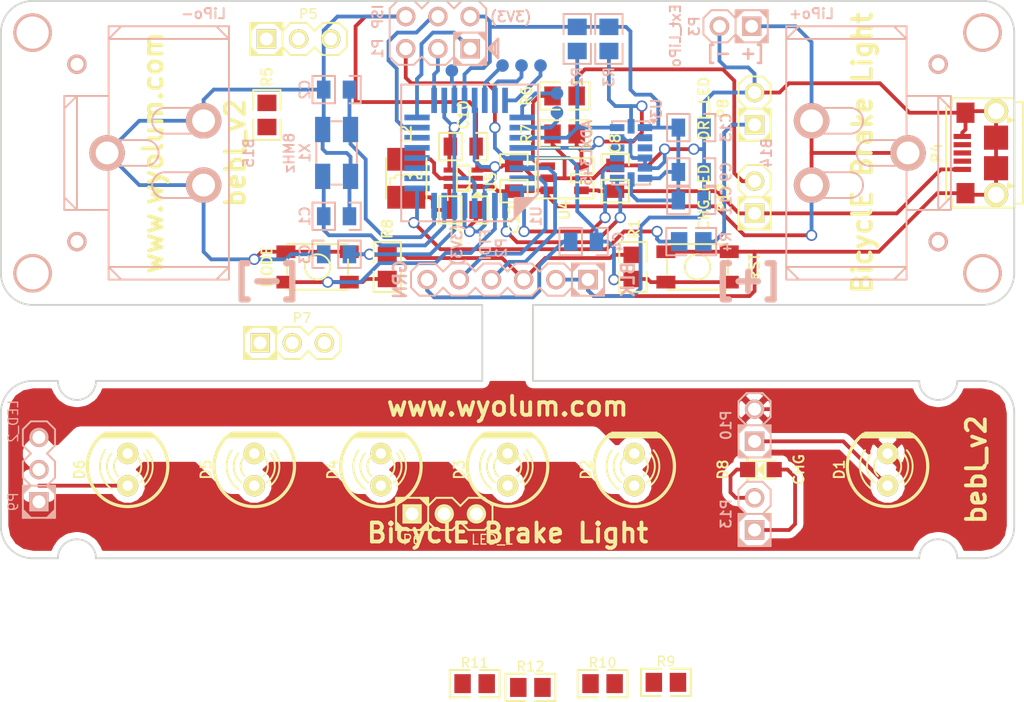
<source format=kicad_pcb>
(kicad_pcb (version 4) (host pcbnew 0.201411081246+5257~19~ubuntu14.10.1-product)
  (layers (0 F.Cu signal) (31 B.Cu signal hide) (34 B.Paste user) (35 F.Paste user) (36 B.SilkS user) (37 F.SilkS user) (38 B.Mask user) (39 F.Mask user) (44 Edge.Cuts user))
  (net 0 "")
  (net 1 "Net-(B1-Pad1)")
  (net 2 "Net-(B2-Pad1)")
  (net 3 "Net-(B3-Pad1)")
  (net 4 "Net-(B4-Pad1)")
  (net 5 "Net-(B5-Pad1)")
  (net 6 "Net-(B6-Pad1)")
  (net 7 /BAT)
  (net 8 GND)
  (net 9 /PB6)
  (net 10 /PB7)
  (net 11 +3.3V)
  (net 12 "Net-(C4-Pad1)")
  (net 13 /RESET)
  (net 14 /VUSB)
  (net 15 /DRL)
  (net 16 "Net-(D2-Pad1)")
  (net 17 "Net-(D3-Pad1)")
  (net 18 "Net-(D4-Pad1)")
  (net 19 "Net-(D5-Pad1)")
  (net 20 "Net-(D8-Pad2)")
  (net 21 /L)
  (net 22 /MISO)
  (net 23 /SCK)
  (net 24 /MOSI)
  (net 25 /RXD)
  (net 26 /TXD)
  (net 27 /ACL_INT1)
  (net 28 /ACL_INT2)
  (net 29 /SDA)
  (net 30 /SCL)
  (net 31 "Net-(R6-Pad2)")
  (net 32 /PROG)
  (net 33 /D1A)
  (net 34 /D1K)
  (net 35 "Net-(D8-Pad1)")
  (net 36 "Net-(P12-Pad2)")
  (net 37 /MODE)
  (net 38 /LED_GND)
  (net 39 "Net-(D6-Pad1)")
  (net 40 "Net-(P4-Pad3)")
  (net 41 "Net-(P4-Pad4)")
  (net 42 "Net-(P4-Pad2)")
  (net 43 /LED_D1)
  (net 44 /LED_D2)
  (net 45 /LED_D3)
  (net 46 /LED_D4)
  (net 47 /LED_D5)
  (net 48 /LED_D6)
  (net 49 "Net-(U3-Pad3)")
  (net 50 "Net-(U3-Pad10)")
  (net 51 "Net-(U3-Pad11)")
  (net 52 "Net-(P5-Pad3)")
  (net 53 "Net-(P5-Pad1)")
  (net 54 "Net-(P5-Pad2)")
  (net 55 "Net-(P7-Pad3)")
  (net 56 "Net-(P7-Pad2)")
  (module bebl_v2_pretty:Inductor_LQH3NPN (layer F.Cu) (at 66 52 90)
    (fp_text reference L2 (at 3.5 0 90) (layer F.SilkS) (effects (font (size 0.8 0.8))))
    (fp_text value 4u7 hide)
    (pad 1 smd rect (at -1.5 0 90) (size 1.8 3) (layers F.Cu F.Paste F.Mask) (net 7 /BAT))
    (pad 2 smd rect (at 1.5 0 90) (size 1.8 3) (layers F.Cu F.Paste F.Mask) (net 21 /L))
  )
  (module bebl_v2_pretty:batt_clip (layer B.Cu) (at 98 50 180)
    (fp_text reference B14 (at 3.556 0 450) (layer B.SilkS) (effects (font (size 0.8 0.8)) (justify mirror)))
    (fp_text value LiPo+ (at 0 11 360) (layer B.SilkS) (effects (font (size 0.8 0.8)) (justify mirror)))
    (pad 1 thru_hole circle (at 0 2.54 180) (size 2.8 2.8) (drill 1.8) (layers *.Cu *.Mask B.SilkS) (net 7 /BAT))
    (pad 1 thru_hole circle (at 0 -2.54 180) (size 2.8 2.8) (drill 1.8) (layers *.Cu *.Mask B.SilkS) (net 7 /BAT))
    (pad 1 thru_hole circle (at -7.62 0 180) (size 2.8 2.8) (drill 1.8) (layers *.Cu *.Mask B.SilkS) (net 7 /BAT))
  )
  (module bebl_v2_pretty:batt_clip (layer B.Cu) (at 50 50)
    (fp_text reference B15 (at 3.556 0 270) (layer B.SilkS) (effects (font (size 0.8 0.8)) (justify mirror)))
    (fp_text value LiPo- (at 0 -11 180) (layer B.SilkS) (effects (font (size 0.8 0.8)) (justify mirror)))
    (pad 1 thru_hole circle (at 0 2.54) (size 2.8 2.8) (drill 1.8) (layers *.Cu *.Mask B.SilkS) (net 8 GND))
    (pad 1 thru_hole circle (at 0 -2.54) (size 2.8 2.8) (drill 1.8) (layers *.Cu *.Mask B.SilkS) (net 8 GND))
    (pad 1 thru_hole circle (at -7.62 0) (size 2.8 2.8) (drill 1.8) (layers *.Cu *.Mask B.SilkS) (net 8 GND))
  )
  (module bebl_v2_pretty:pin_strip_2 (layer B.Cu) (at 93.5 78.5 90)
    (fp_text reference P13 (at 0 -2.25 90) (layer B.SilkS) (effects (font (size 0.8 0.8)) (justify mirror)))
    (fp_text value LED_CHG hide)
    (pad 1 thru_hole rect (at -1.27 0 90) (size 1.524 1.524) (drill 1.016) (layers *.Cu *.Mask B.SilkS) (net 35 "Net-(D8-Pad1)"))
    (pad 2 thru_hole circle (at 1.27 0 90) (size 1.524 1.524) (drill 1.016) (layers *.Cu *.Mask B.SilkS) (net 20 "Net-(D8-Pad2)"))
  )
  (module bebl_v2_pretty:pin_socket_2 (layer F.Cu) (at 93.5 53.5 90)
    (fp_text reference P12 (at 0 -2.5 90) (layer F.SilkS) (effects (font (size 0.8 0.8))))
    (fp_text value CHG_LED (at 0 -4 90) (layer F.SilkS) (effects (font (size 0.8 0.8))))
    (pad 1 thru_hole rect (at -1.27 0 90) (size 1.524 1.524) (drill 1.016) (layers *.Cu *.Mask F.SilkS) (net 14 /VUSB))
    (pad 2 thru_hole circle (at 1.27 0 90) (size 1.524 1.524) (drill 1.016) (layers *.Cu *.Mask F.SilkS) (net 36 "Net-(P12-Pad2)"))
  )
  (module bebl_v2_pretty:pin_strip_2 (layer B.Cu) (at 93.5 71.5 90)
    (fp_text reference P10 (at 0 -2.25 90) (layer B.SilkS) (effects (font (size 0.8 0.8)) (justify mirror)))
    (fp_text value LED_DRL hide)
    (pad 1 thru_hole rect (at -1.27 0 90) (size 1.524 1.524) (drill 1.016) (layers *.Cu *.Mask B.SilkS) (net 33 /D1A))
    (pad 2 thru_hole circle (at 1.27 0 90) (size 1.524 1.524) (drill 1.016) (layers *.Cu *.Mask B.SilkS) (net 38 /LED_GND))
  )
  (module bebl_v2_pretty:pin_socket_2 (layer F.Cu) (at 93.5 46.5 90)
    (fp_text reference P8 (at 0 -2.5 90) (layer F.SilkS) (effects (font (size 0.8 0.8))))
    (fp_text value DRL_LED (at 0 -4 90) (layer F.SilkS) (effects (font (size 0.8 0.8))))
    (pad 1 thru_hole rect (at -1.27 0 90) (size 1.524 1.524) (drill 1.016) (layers *.Cu *.Mask F.SilkS) (net 15 /DRL))
    (pad 2 thru_hole circle (at 1.27 0 90) (size 1.524 1.524) (drill 1.016) (layers *.Cu *.Mask F.SilkS) (net 8 GND))
  )
  (module bebl_v2_pretty:screw_3mm (layer F.Cu) (at 108 57)
    (fp_text reference SC8 hide)
    (fp_text value SCREW hide)
    (pad 1 thru_hole circle (at 0 0) (size 1.524 1.524) (drill 1.016) (layers *.Cu *.Mask B.SilkS))
  )
  (module bebl_v2_pretty:screw_3mm (layer F.Cu) (at 108 43)
    (fp_text reference SC7 hide)
    (fp_text value SCREW hide)
    (pad 1 thru_hole circle (at 0 0) (size 1.524 1.524) (drill 1.016) (layers *.Cu *.Mask B.SilkS))
  )
  (module bebl_v2_pretty:screw_3mm (layer F.Cu) (at 40 43)
    (fp_text reference SC6 hide)
    (fp_text value SCREW hide)
    (pad 1 thru_hole circle (at 0 0) (size 1.524 1.524) (drill 1.016) (layers *.Cu *.Mask B.SilkS))
  )
  (module bebl_v2_pretty:screw_3mm (layer F.Cu) (at 40 57)
    (fp_text reference SC5 hide)
    (fp_text value SCREW hide)
    (pad 1 thru_hole circle (at 0 0) (size 1.524 1.524) (drill 1.016) (layers *.Cu *.Mask B.SilkS))
  )
  (module bebl_v2_pretty:Switch_SMT (layer F.Cu) (at 59 59)
    (fp_text reference SW2 hide)
    (fp_text value MODE (at -4 0 90) (layer F.SilkS) (effects (font (size 0.8 0.8))))
    (pad 1 smd rect (at 2.5 -1.2) (size 1.5 1) (layers F.Cu F.Paste F.Mask) (net 8 GND))
    (pad 2 smd rect (at 2.5 1.2) (size 1.5 1) (layers F.Cu F.Paste F.Mask) (net 37 /MODE))
    (pad 1 smd rect (at -2.5 -1.2) (size 1.5 1) (layers F.Cu F.Paste F.Mask) (net 8 GND))
    (pad 2 smd rect (at -2.5 1.2) (size 1.5 1) (layers F.Cu F.Paste F.Mask) (net 37 /MODE))
  )
  (module bebl_v2_pretty:r_0805 (layer F.Cu) (at 64.5 59 90)
    (fp_text reference R8 (at 3 0 90) (layer F.SilkS) (effects (font (size 0.8 0.8))))
    (fp_text value 10k hide)
    (pad 1 smd rect (at 0.9525 0 90) (size 1.30048 1.4986) (layers F.Cu F.Paste F.Mask) (net 11 +3.3V))
    (pad 2 smd rect (at -0.9525 0 90) (size 1.30048 1.4986) (layers F.Cu F.Paste F.Mask) (net 37 /MODE))
  )
  (module bebl_v2_pretty:c_0805 (layer B.Cu) (at 60.5 55 180)
    (fp_text reference C1 (at 2.5 0 270) (layer B.SilkS) (effects (font (size 0.8 0.8)) (justify mirror)))
    (fp_text value 22p hide)
    (pad 1 smd rect (at 1.016 0 180) (size 1.0668 1.4224) (layers B.Cu B.Paste B.Mask) (net 9 /PB6))
    (pad 2 smd rect (at -1.016 0 180) (size 1.0668 1.4224) (layers B.Cu B.Paste B.Mask) (net 8 GND))
  )
  (module bebl_v2_pretty:c_0805 (layer B.Cu) (at 60.5 45 180)
    (fp_text reference C2 (at 2.5 0 270) (layer B.SilkS) (effects (font (size 0.8 0.8)) (justify mirror)))
    (fp_text value 22p hide)
    (pad 1 smd rect (at 1.016 0 180) (size 1.0668 1.4224) (layers B.Cu B.Paste B.Mask) (net 8 GND))
    (pad 2 smd rect (at -1.016 0 180) (size 1.0668 1.4224) (layers B.Cu B.Paste B.Mask) (net 10 /PB7))
  )
  (module bebl_v2_pretty:c_0805 (layer B.Cu) (at 60.5 58)
    (fp_text reference C3 (at -2.5 0 90) (layer B.SilkS) (effects (font (size 0.8 0.8)) (justify mirror)))
    (fp_text value 100n hide)
    (pad 1 smd rect (at 1.016 0) (size 1.0668 1.4224) (layers B.Cu B.Paste B.Mask) (net 11 +3.3V))
    (pad 2 smd rect (at -1.016 0) (size 1.0668 1.4224) (layers B.Cu B.Paste B.Mask) (net 8 GND))
  )
  (module bebl_v2_pretty:c_0805 (layer B.Cu) (at 80 57 180)
    (fp_text reference C4 (at -2.75 0 270) (layer B.SilkS) (effects (font (size 0.8 0.8)) (justify mirror)))
    (fp_text value 100n hide)
    (pad 1 smd rect (at 1.016 0 180) (size 1.0668 1.4224) (layers B.Cu B.Paste B.Mask) (net 12 "Net-(C4-Pad1)"))
    (pad 2 smd rect (at -1.016 0 180) (size 1.0668 1.4224) (layers B.Cu B.Paste B.Mask) (net 13 /RESET))
  )
  (module bebl_v2_pretty:c_0805 (layer F.Cu) (at 70.5 54.5 180)
    (fp_text reference C7 (at 0.5 -2 270) (layer F.SilkS) (effects (font (size 0.8 0.8))))
    (fp_text value 10uF hide)
    (pad 1 smd rect (at 1.016 0 180) (size 1.0668 1.4224) (layers F.Cu F.Paste F.Mask) (net 7 /BAT))
    (pad 2 smd rect (at -1.016 0 180) (size 1.0668 1.4224) (layers F.Cu F.Paste F.Mask) (net 8 GND))
  )
  (module bebl_v2_pretty:c_0805 (layer F.Cu) (at 82.5 52 270)
    (fp_text reference C8 (at -2.75 0 270) (layer F.SilkS) (effects (font (size 0.8 0.8))))
    (fp_text value 4u7 hide)
    (pad 1 smd rect (at 1.016 0 270) (size 1.0668 1.4224) (layers F.Cu F.Paste F.Mask) (net 14 /VUSB))
    (pad 2 smd rect (at -1.016 0 270) (size 1.0668 1.4224) (layers F.Cu F.Paste F.Mask) (net 8 GND))
  )
  (module bebl_v2_pretty:c_0805 (layer B.Cu) (at 88.5 51.5 180)
    (fp_text reference C9 (at -2.75 0 270) (layer B.SilkS) (effects (font (size 0.8 0.8)) (justify mirror)))
    (fp_text value 10uF hide)
    (pad 1 smd rect (at 1.016 0 180) (size 1.0668 1.4224) (layers B.Cu B.Paste B.Mask) (net 11 +3.3V))
    (pad 2 smd rect (at -1.016 0 180) (size 1.0668 1.4224) (layers B.Cu B.Paste B.Mask) (net 8 GND))
  )
  (module bebl_v2_pretty:c_0805 (layer F.Cu) (at 70.5 49.5 180)
    (fp_text reference C10 (at 0 2.5 270) (layer F.SilkS) (effects (font (size 0.8 0.8))))
    (fp_text value 10uF hide)
    (pad 1 smd rect (at 1.016 0 180) (size 1.0668 1.4224) (layers F.Cu F.Paste F.Mask) (net 11 +3.3V))
    (pad 2 smd rect (at -1.016 0 180) (size 1.0668 1.4224) (layers F.Cu F.Paste F.Mask) (net 8 GND))
  )
  (module bebl_v2_pretty:c_0805 (layer B.Cu) (at 88.5 53.75 180)
    (fp_text reference C11 (at -2.75 0 270) (layer B.SilkS) (effects (font (size 0.8 0.8)) (justify mirror)))
    (fp_text value 100nF hide)
    (pad 1 smd rect (at 1.016 0 180) (size 1.0668 1.4224) (layers B.Cu B.Paste B.Mask) (net 11 +3.3V))
    (pad 2 smd rect (at -1.016 0 180) (size 1.0668 1.4224) (layers B.Cu B.Paste B.Mask) (net 8 GND))
  )
  (module bebl_v2_pretty:c_0805 (layer F.Cu) (at 74.5 52 270)
    (fp_text reference C12 (at 3.25 0 270) (layer F.SilkS) (effects (font (size 0.8 0.8))))
    (fp_text value 4u7 hide)
    (pad 1 smd rect (at 1.016 0 270) (size 1.0668 1.4224) (layers F.Cu F.Paste F.Mask) (net 7 /BAT))
    (pad 2 smd rect (at -1.016 0 270) (size 1.0668 1.4224) (layers F.Cu F.Paste F.Mask) (net 8 GND))
  )
  (module bebl_v2_pretty:c_0805 (layer B.Cu) (at 88.5 48 180)
    (fp_text reference C13 (at -2.75 0 270) (layer B.SilkS) (effects (font (size 0.8 0.8)) (justify mirror)))
    (fp_text value 100nF hide)
    (pad 1 smd rect (at 1.016 0 180) (size 1.0668 1.4224) (layers B.Cu B.Paste B.Mask) (net 11 +3.3V))
    (pad 2 smd rect (at -1.016 0 180) (size 1.0668 1.4224) (layers B.Cu B.Paste B.Mask) (net 8 GND))
  )
  (module bebl_v2_pretty:LED-5MM (layer F.Cu) (at 104 75 90)
    (fp_text reference D1 (at 0 -3.81 90) (layer F.SilkS) (effects (font (size 0.8 0.8))))
    (fp_text value DRL hide)
    (pad 1 thru_hole circle (at -1.27 0 90) (size 1.6764 1.6764) (drill 0.8128) (layers *.Cu *.Mask F.SilkS) (net 33 /D1A))
    (pad 2 thru_hole circle (at 1.27 0 90) (size 1.6764 1.6764) (drill 0.8128) (layers *.Cu *.Mask F.SilkS) (net 38 /LED_GND))
  )
  (module bebl_v2_pretty:LED-5MM (layer F.Cu) (at 84 75 90)
    (fp_text reference D2 (at 0 -3.81 90) (layer F.SilkS) (effects (font (size 0.8 0.8))))
    (fp_text value LED_R hide)
    (pad 1 thru_hole circle (at -1.27 0 90) (size 1.6764 1.6764) (drill 0.8128) (layers *.Cu *.Mask F.SilkS) (net 16 "Net-(D2-Pad1)"))
    (pad 2 thru_hole circle (at 1.27 0 90) (size 1.6764 1.6764) (drill 0.8128) (layers *.Cu *.Mask F.SilkS) (net 38 /LED_GND))
  )
  (module bebl_v2_pretty:LED-5MM (layer F.Cu) (at 74 75 90)
    (fp_text reference D3 (at 0 -3.81 90) (layer F.SilkS) (effects (font (size 0.8 0.8))))
    (fp_text value LED_R hide)
    (pad 1 thru_hole circle (at -1.27 0 90) (size 1.6764 1.6764) (drill 0.8128) (layers *.Cu *.Mask F.SilkS) (net 17 "Net-(D3-Pad1)"))
    (pad 2 thru_hole circle (at 1.27 0 90) (size 1.6764 1.6764) (drill 0.8128) (layers *.Cu *.Mask F.SilkS) (net 38 /LED_GND))
  )
  (module bebl_v2_pretty:LED-5MM (layer F.Cu) (at 64 75 90)
    (fp_text reference D4 (at 0 -3.81 90) (layer F.SilkS) (effects (font (size 0.8 0.8))))
    (fp_text value LED_R hide)
    (pad 1 thru_hole circle (at -1.27 0 90) (size 1.6764 1.6764) (drill 0.8128) (layers *.Cu *.Mask F.SilkS) (net 18 "Net-(D4-Pad1)"))
    (pad 2 thru_hole circle (at 1.27 0 90) (size 1.6764 1.6764) (drill 0.8128) (layers *.Cu *.Mask F.SilkS) (net 38 /LED_GND))
  )
  (module bebl_v2_pretty:LED-5MM (layer F.Cu) (at 54 75 90)
    (fp_text reference D5 (at 0 -3.81 90) (layer F.SilkS) (effects (font (size 0.8 0.8))))
    (fp_text value LED_R hide)
    (pad 1 thru_hole circle (at -1.27 0 90) (size 1.6764 1.6764) (drill 0.8128) (layers *.Cu *.Mask F.SilkS) (net 19 "Net-(D5-Pad1)"))
    (pad 2 thru_hole circle (at 1.27 0 90) (size 1.6764 1.6764) (drill 0.8128) (layers *.Cu *.Mask F.SilkS) (net 38 /LED_GND))
  )
  (module bebl_v2_pretty:LED-5MM (layer F.Cu) (at 44 75 90)
    (fp_text reference D6 (at 0 -3.81 90) (layer F.SilkS) (effects (font (size 0.8 0.8))))
    (fp_text value LED_R hide)
    (pad 1 thru_hole circle (at -1.27 0 90) (size 1.6764 1.6764) (drill 0.8128) (layers *.Cu *.Mask F.SilkS) (net 39 "Net-(D6-Pad1)"))
    (pad 2 thru_hole circle (at 1.27 0 90) (size 1.6764 1.6764) (drill 0.8128) (layers *.Cu *.Mask F.SilkS) (net 38 /LED_GND))
  )
  (module bebl_v2_pretty:LED-0805 (layer F.Cu) (at 94 75 180)
    (fp_text reference D8 (at 3 0 270) (layer F.SilkS) (effects (font (size 0.8 0.8))))
    (fp_text value CHG (at -3 0 270) (layer F.SilkS) (effects (font (size 0.8 0.8))))
    (pad 1 smd rect (at -1.05 0 180) (size 1.2 1.2) (layers F.Cu F.Paste F.Mask) (net 35 "Net-(D8-Pad1)"))
    (pad 2 smd rect (at 1.05 0 180) (size 1.2 1.2) (layers F.Cu F.Paste F.Mask) (net 20 "Net-(D8-Pad2)"))
  )
  (module bebl_v2_pretty:PIN_ARRAY-6X1 (layer B.Cu) (at 74 60 180)
    (fp_text reference P2 (at 0.5 2.5 270) (layer B.SilkS) (effects (font (size 0.8 0.8)) (justify mirror)))
    (fp_text value FTDI (at 1.75 2.75 270) (layer B.SilkS) (effects (font (size 0.8 0.8)) (justify mirror)))
    (pad 1 thru_hole rect (at -6.35 0 180) (size 1.524 1.524) (drill 1.016) (layers *.Cu *.Mask B.SilkS) (net 8 GND))
    (pad 2 thru_hole circle (at -3.81 0 180) (size 1.524 1.524) (drill 1.016) (layers *.Cu *.Mask B.SilkS) (net 8 GND))
    (pad 3 thru_hole circle (at -1.27 0 180) (size 1.524 1.524) (drill 1.016) (layers *.Cu *.Mask B.SilkS) (net 11 +3.3V))
    (pad 4 thru_hole circle (at 1.27 0 180) (size 1.524 1.524) (drill 1.016) (layers *.Cu *.Mask B.SilkS) (net 25 /RXD))
    (pad 5 thru_hole circle (at 3.81 0 180) (size 1.524 1.524) (drill 1.016) (layers *.Cu *.Mask B.SilkS) (net 26 /TXD))
    (pad 6 thru_hole circle (at 6.35 0 180) (size 1.524 1.524) (drill 1.016) (layers *.Cu *.Mask B.SilkS) (net 12 "Net-(C4-Pad1)"))
  )
  (module bebl_v2_pretty:r_0805 (layer F.Cu) (at 83.9 59 90)
    (fp_text reference R1 (at 3 0.1 90) (layer F.SilkS) (effects (font (size 0.8 0.8))))
    (fp_text value 10k hide)
    (pad 1 smd rect (at 0.9525 0 90) (size 1.30048 1.4986) (layers F.Cu F.Paste F.Mask) (net 11 +3.3V))
    (pad 2 smd rect (at -0.9525 0 90) (size 1.30048 1.4986) (layers F.Cu F.Paste F.Mask) (net 13 /RESET))
  )
  (module bebl_v2_pretty:r_0805 (layer B.Cu) (at 79.5 41 90)
    (fp_text reference R2 (at -3 0 270) (layer B.SilkS) (effects (font (size 0.8 0.8)) (justify mirror)))
    (fp_text value 10k hide)
    (pad 1 smd rect (at 0.9525 0 90) (size 1.30048 1.4986) (layers B.Cu B.Paste B.Mask) (net 11 +3.3V))
    (pad 2 smd rect (at -0.9525 0 90) (size 1.30048 1.4986) (layers B.Cu B.Paste B.Mask) (net 29 /SDA))
  )
  (module bebl_v2_pretty:r_0805 (layer B.Cu) (at 82 41 90)
    (fp_text reference R3 (at -3 0 270) (layer B.SilkS) (effects (font (size 0.8 0.8)) (justify mirror)))
    (fp_text value 10k hide)
    (pad 1 smd rect (at 0.9525 0 90) (size 1.30048 1.4986) (layers B.Cu B.Paste B.Mask) (net 11 +3.3V))
    (pad 2 smd rect (at -0.9525 0 90) (size 1.30048 1.4986) (layers B.Cu B.Paste B.Mask) (net 30 /SCL))
  )
  (module bebl_v2_pretty:r_0805 (layer B.Cu) (at 88.5 57)
    (fp_text reference R4 (at 2.75 0 90) (layer B.SilkS) (effects (font (size 0.8 0.8)) (justify mirror)))
    (fp_text value 55E hide)
    (pad 1 smd rect (at 0.9525 0) (size 1.30048 1.4986) (layers B.Cu B.Paste B.Mask) (net 15 /DRL))
    (pad 2 smd rect (at -0.9525 0) (size 1.30048 1.4986) (layers B.Cu B.Paste B.Mask) (net 43 /LED_D1))
  )
  (module bebl_v2_pretty:r_0805 (layer F.Cu) (at 55 47 90)
    (fp_text reference R5 (at 3 0 90) (layer F.SilkS) (effects (font (size 0.8 0.8))))
    (fp_text value 55E hide)
    (pad 1 smd rect (at 0.9525 0 90) (size 1.30048 1.4986) (layers F.Cu F.Paste F.Mask) (net 52 "Net-(P5-Pad3)"))
    (pad 2 smd rect (at -0.9525 0 90) (size 1.30048 1.4986) (layers F.Cu F.Paste F.Mask) (net 44 /LED_D2))
  )
  (module bebl_v2_pretty:r_0805 (layer F.Cu) (at 78.5 45.5)
    (fp_text reference R6 (at -3 0 90) (layer F.SilkS) (effects (font (size 0.8 0.8))))
    (fp_text value 150E hide)
    (pad 1 smd rect (at 0.9525 0) (size 1.30048 1.4986) (layers F.Cu F.Paste F.Mask) (net 36 "Net-(P12-Pad2)"))
    (pad 2 smd rect (at -0.9525 0) (size 1.30048 1.4986) (layers F.Cu F.Paste F.Mask) (net 31 "Net-(R6-Pad2)"))
  )
  (module bebl_v2_pretty:r_0805 (layer F.Cu) (at 78.5 48.5 180)
    (fp_text reference R7 (at 3 0 270) (layer F.SilkS) (effects (font (size 0.8 0.8))))
    (fp_text value 2k hide)
    (pad 1 smd rect (at 0.9525 0 180) (size 1.30048 1.4986) (layers F.Cu F.Paste F.Mask) (net 8 GND))
    (pad 2 smd rect (at -0.9525 0 180) (size 1.30048 1.4986) (layers F.Cu F.Paste F.Mask) (net 32 /PROG))
  )
  (module bebl_v2_pretty:screw_3mm (layer F.Cu) (at 36.5 59.5)
    (fp_text reference SC1 hide)
    (fp_text value SCREW hide)
    (pad 1 thru_hole circle (at 0 0) (size 3.048 3.048) (drill 2.54) (layers *.Cu *.SilkS *.Mask))
  )
  (module bebl_v2_pretty:screw_3mm (layer F.Cu) (at 111.5 40.5)
    (fp_text reference SC2 hide)
    (fp_text value SCREW hide)
    (pad 1 thru_hole circle (at 0 0) (size 3.048 3.048) (drill 2.54) (layers *.Cu *.SilkS *.Mask))
  )
  (module bebl_v2_pretty:screw_3mm (layer F.Cu) (at 111.5 59.5)
    (fp_text reference SC3 hide)
    (fp_text value SCREW hide)
    (pad 1 thru_hole circle (at 0 0) (size 3.048 3.048) (drill 2.54) (layers *.Cu *.SilkS *.Mask))
  )
  (module bebl_v2_pretty:screw_3mm (layer F.Cu) (at 36.5 40.5)
    (fp_text reference SC4 hide)
    (fp_text value SCREW hide)
    (pad 1 thru_hole circle (at 0 0) (size 3.048 3.048) (drill 2.54) (layers *.Cu *.SilkS *.Mask))
  )
  (module bebl_v2_pretty:Switch_SMT (layer F.Cu) (at 89 59)
    (fp_text reference SW1 hide)
    (fp_text value RST (at 4.5 0 90) (layer F.SilkS) (effects (font (size 0.8 0.8))))
    (pad 1 smd rect (at 2.5 -1.2) (size 1.5 1) (layers F.Cu F.Paste F.Mask) (net 8 GND))
    (pad 2 smd rect (at 2.5 1.2) (size 1.5 1) (layers F.Cu F.Paste F.Mask) (net 13 /RESET))
    (pad 1 smd rect (at -2.5 -1.2) (size 1.5 1) (layers F.Cu F.Paste F.Mask) (net 8 GND))
    (pad 2 smd rect (at -2.5 1.2) (size 1.5 1) (layers F.Cu F.Paste F.Mask) (net 13 /RESET))
  )
  (module bebl_v2_pretty:TQFP32 (layer B.Cu) (at 71 50 90)
    (fp_text reference U1 (at -5 5.25 90) (layer B.SilkS) (effects (font (size 0.8 0.8)) (justify mirror)))
    (fp_text value ATMEGA328 hide)
    (pad 8 smd rect (at -4.15036 -2.79908 90) (size 1.99898 0.44958) (layers B.Cu B.Paste B.Mask) (net 10 /PB7) (clearance 0.127))
    (pad 7 smd rect (at -4.15036 -1.99898 90) (size 1.99898 0.44958) (layers B.Cu B.Paste B.Mask) (net 9 /PB6) (clearance 0.14986))
    (pad 6 smd rect (at -4.15036 -1.19888 90) (size 1.99898 0.44958) (layers B.Cu B.Paste B.Mask) (net 11 +3.3V) (clearance 0.14986))
    (pad 5 smd rect (at -4.15036 -0.39878 90) (size 1.99898 0.44958) (layers B.Cu B.Paste B.Mask) (net 8 GND) (clearance 0.14986))
    (pad 4 smd rect (at -4.15036 0.39878 90) (size 1.99898 0.44958) (layers B.Cu B.Paste B.Mask) (net 11 +3.3V) (clearance 0.14986))
    (pad 3 smd rect (at -4.15036 1.19888 90) (size 1.99898 0.44958) (layers B.Cu B.Paste B.Mask) (net 8 GND) (clearance 0.14986))
    (pad 2 smd rect (at -4.15036 1.99898 90) (size 1.99898 0.44958) (layers B.Cu B.Paste B.Mask) (net 37 /MODE) (clearance 0.14986))
    (pad 1 smd rect (at -4.15036 2.79908 90) (size 1.99898 0.44958) (layers B.Cu B.Paste B.Mask) (net 27 /ACL_INT1) (clearance 0.127))
    (pad 24 smd rect (at 4.15036 2.79908 90) (size 1.99898 0.44958) (layers B.Cu B.Paste B.Mask) (net 2 "Net-(B2-Pad1)") (clearance 0.127))
    (pad 17 smd rect (at 4.15036 -2.79908 90) (size 1.99898 0.44958) (layers B.Cu B.Paste B.Mask) (net 23 /SCK) (clearance 0.127))
    (pad 18 smd rect (at 4.15036 -1.99898 90) (size 1.99898 0.44958) (layers B.Cu B.Paste B.Mask) (net 11 +3.3V) (clearance 0.14986))
    (pad 19 smd rect (at 4.15036 -1.19888 90) (size 1.99898 0.44958) (layers B.Cu B.Paste B.Mask) (net 5 "Net-(B5-Pad1)") (clearance 0.14986))
    (pad 20 smd rect (at 4.15036 -0.39878 90) (size 1.99898 0.44958) (layers B.Cu B.Paste B.Mask) (net 11 +3.3V) (clearance 0.14986))
    (pad 21 smd rect (at 4.15036 0.39878 90) (size 1.99898 0.44958) (layers B.Cu B.Paste B.Mask) (net 8 GND) (clearance 0.14986))
    (pad 22 smd rect (at 4.15036 1.19888 90) (size 1.99898 0.44958) (layers B.Cu B.Paste B.Mask) (net 6 "Net-(B6-Pad1)") (clearance 0.14986))
    (pad 23 smd rect (at 4.15036 1.99898 90) (size 1.99898 0.44958) (layers B.Cu B.Paste B.Mask) (net 1 "Net-(B1-Pad1)") (clearance 0.14986))
    (pad 32 smd rect (at -2.79908 4.15036) (size 1.99898 0.44958) (layers B.Cu B.Paste B.Mask) (net 28 /ACL_INT2) (clearance 0.127))
    (pad 31 smd rect (at -1.99898 4.15036) (size 1.99898 0.44958) (layers B.Cu B.Paste B.Mask) (net 26 /TXD) (clearance 0.14986))
    (pad 30 smd rect (at -1.19888 4.15036) (size 1.99898 0.44958) (layers B.Cu B.Paste B.Mask) (net 25 /RXD) (clearance 0.14986))
    (pad 29 smd rect (at -0.39878 4.15036) (size 1.99898 0.44958) (layers B.Cu B.Paste B.Mask) (net 13 /RESET) (clearance 0.14986))
    (pad 28 smd rect (at 0.39878 4.15036) (size 1.99898 0.44958) (layers B.Cu B.Paste B.Mask) (net 30 /SCL) (clearance 0.14986))
    (pad 27 smd rect (at 1.19888 4.15036) (size 1.99898 0.44958) (layers B.Cu B.Paste B.Mask) (net 29 /SDA) (clearance 0.14986))
    (pad 26 smd rect (at 1.99898 4.15036) (size 1.99898 0.44958) (layers B.Cu B.Paste B.Mask) (net 4 "Net-(B4-Pad1)") (clearance 0.14986))
    (pad 25 smd rect (at 2.79908 4.15036) (size 1.99898 0.44958) (layers B.Cu B.Paste B.Mask) (net 3 "Net-(B3-Pad1)") (clearance 0.127))
    (pad 9 smd rect (at -2.79908 -4.15036) (size 1.99898 0.44958) (layers B.Cu B.Paste B.Mask) (net 43 /LED_D1) (clearance 0.127))
    (pad 10 smd rect (at -1.99898 -4.15036) (size 1.99898 0.44958) (layers B.Cu B.Paste B.Mask) (net 48 /LED_D6) (clearance 0.14986))
    (pad 11 smd rect (at -1.19888 -4.15036) (size 1.99898 0.44958) (layers B.Cu B.Paste B.Mask) (net 47 /LED_D5) (clearance 0.14986))
    (pad 12 smd rect (at -0.39878 -4.15036) (size 1.99898 0.44958) (layers B.Cu B.Paste B.Mask) (net 46 /LED_D4) (clearance 0.14986))
    (pad 13 smd rect (at 0.39878 -4.15036) (size 1.99898 0.44958) (layers B.Cu B.Paste B.Mask) (net 45 /LED_D3) (clearance 0.14986))
    (pad 14 smd rect (at 1.19888 -4.15036) (size 1.99898 0.44958) (layers B.Cu B.Paste B.Mask) (net 44 /LED_D2) (clearance 0.14986))
    (pad 15 smd rect (at 1.99898 -4.15036) (size 1.99898 0.44958) (layers B.Cu B.Paste B.Mask) (net 24 /MOSI) (clearance 0.14986))
    (pad 16 smd rect (at 2.79908 -4.15036) (size 1.99898 0.44958) (layers B.Cu B.Paste B.Mask) (net 22 /MISO) (clearance 0.127))
  )
  (module bebl_v2_pretty:ADXL345 (layer B.Cu) (at 83.75 50 180)
    (fp_text reference U3 (at -2 3.5 270) (layer B.SilkS) (effects (font (size 0.8 0.8)) (justify mirror)))
    (fp_text value ADXL345 (at 3.5 0 270) (layer B.SilkS) (effects (font (size 0.8 0.8)) (justify mirror)))
    (pad 6 smd rect (at -1.1 -2 180) (size 1.145 0.55) (layers B.Cu B.Paste B.Mask) (net 11 +3.3V) (clearance 0.1))
    (pad 5 smd rect (at -1.1 -1.2 180) (size 1.145 0.55) (layers B.Cu B.Paste B.Mask) (net 8 GND) (clearance 0.1))
    (pad 1 smd rect (at -1.1 2 180) (size 1.145 0.55) (layers B.Cu B.Paste B.Mask) (net 11 +3.3V) (clearance 0.1))
    (pad 2 smd rect (at -1.1 1.2 180) (size 1.145 0.55) (layers B.Cu B.Paste B.Mask) (net 8 GND) (clearance 0.1))
    (pad 3 smd rect (at -1.1 0.4 180) (size 1.145 0.55) (layers B.Cu B.Paste B.Mask) (net 49 "Net-(U3-Pad3)") (clearance 0.1))
    (pad 4 smd rect (at -1.1 -0.4 180) (size 1.145 0.55) (layers B.Cu B.Paste B.Mask) (net 8 GND) (clearance 0.1))
    (pad 10 smd rect (at 1.1 -0.4 180) (size 1.145 0.55) (layers B.Cu B.Paste B.Mask) (net 50 "Net-(U3-Pad10)") (clearance 0.1))
    (pad 11 smd rect (at 1.1 0.4 180) (size 1.145 0.55) (layers B.Cu B.Paste B.Mask) (net 51 "Net-(U3-Pad11)") (clearance 0.1))
    (pad 12 smd rect (at 1.1 1.2 180) (size 1.145 0.55) (layers B.Cu B.Paste B.Mask) (net 8 GND) (clearance 0.1))
    (pad 13 smd rect (at 1.1 2 180) (size 1.145 0.55) (layers B.Cu B.Paste B.Mask) (net 29 /SDA) (clearance 0.1))
    (pad 9 smd rect (at 1.1 -1.2 180) (size 1.145 0.55) (layers B.Cu B.Paste B.Mask) (net 28 /ACL_INT2) (clearance 0.1))
    (pad 8 smd rect (at 1.1 -2 180) (size 1.145 0.55) (layers B.Cu B.Paste B.Mask) (net 27 /ACL_INT1) (clearance 0.1))
    (pad 7 smd rect (at 0 -2.1 180) (size 0.55 1.145) (layers B.Cu B.Paste B.Mask) (net 11 +3.3V) (clearance 0.1))
    (pad 14 smd rect (at 0 2.1 180) (size 0.55 1.145) (layers B.Cu B.Paste B.Mask) (net 30 /SCL) (clearance 0.1))
  )
  (module bebl_v2_pretty:SOT23-5 (layer F.Cu) (at 78.5 52 270)
    (fp_text reference U4 (at 2.5 0 270) (layer F.SilkS) (effects (font (size 0.8 0.8))))
    (fp_text value MCP73831 hide)
    (pad 1 smd rect (at -0.9525 1.3335 270) (size 0.59944 1.15062) (layers F.Cu F.Paste F.Mask) (net 31 "Net-(R6-Pad2)"))
    (pad 3 smd rect (at 0.9525 1.3335 270) (size 0.59944 1.15062) (layers F.Cu F.Paste F.Mask) (net 7 /BAT))
    (pad 2 smd rect (at 0 1.3335 270) (size 0.59944 1.15062) (layers F.Cu F.Paste F.Mask) (net 8 GND))
    (pad 4 smd rect (at 0.9525 -1.3335 270) (size 0.59944 1.15062) (layers F.Cu F.Paste F.Mask) (net 14 /VUSB))
    (pad 5 smd rect (at -0.9525 -1.3335 270) (size 0.59944 1.15062) (layers F.Cu F.Paste F.Mask) (net 32 /PROG))
  )
  (module bebl_v2_pretty:SOT23-6_LDO (layer F.Cu) (at 70.5 52 90)
    (fp_text reference U5 (at -0.3 2.2 90) (layer F.SilkS) (effects (font (size 0.8 0.8))))
    (fp_text value TPS61221DCK hide)
    (pad 1 smd rect (at -0.65 1.1 90) (size 0.4 0.9) (layers F.Cu F.Paste F.Mask) (net 7 /BAT) (clearance 0.1))
    (pad 3 smd rect (at 0.65 1.1 90) (size 0.4 0.9) (layers F.Cu F.Paste F.Mask) (net 8 GND) (clearance 0.1))
    (pad 2 smd rect (at 0 1.1 90) (size 0.4 0.9) (layers F.Cu F.Paste F.Mask) (net 11 +3.3V) (clearance 0.1))
    (pad 4 smd rect (at 0.65 -1.1 90) (size 0.4 0.9) (layers F.Cu F.Paste F.Mask) (net 11 +3.3V) (clearance 0.1))
    (pad 5 smd rect (at 0 -1.1 90) (size 0.4 0.9) (layers F.Cu F.Paste F.Mask) (net 21 /L) (clearance 0.1))
    (pad 6 smd rect (at -0.65 -1.1 90) (size 0.4 0.9) (layers F.Cu F.Paste F.Mask) (net 7 /BAT) (clearance 0.1))
  )
  (module bebl_v2_pretty:Xtal_SMD4 (layer B.Cu) (at 60.5 50 90)
    (fp_text reference X1 (at 0 -2.5 270) (layer B.SilkS) (effects (font (size 0.8 0.8)) (justify mirror)))
    (fp_text value 8MHz (at 0 -3.75 90) (layer B.SilkS) (effects (font (size 0.8 0.8)) (justify mirror)))
    (pad 1 smd rect (at -1.85 -1.1 90) (size 2 1.2) (layers B.Cu B.Paste B.Mask) (net 9 /PB6))
    (pad 2 smd rect (at 1.85 1.1 90) (size 2 1.2) (layers B.Cu B.Paste B.Mask) (net 10 /PB7))
    (pad 3 smd rect (at -1.85 1.1 90) (size 2 1.2) (layers B.Cu B.Paste B.Mask) (net 8 GND))
    (pad 3 smd rect (at 1.85 -1.1 90) (size 2 1.2) (layers B.Cu B.Paste B.Mask) (net 8 GND))
  )
  (module bebl_v2_pretty:pin_strip_2 (layer B.Cu) (at 92 40 180)
    (fp_text reference P3 (at 3.25 0 450) (layer B.SilkS) (effects (font (size 0.8 0.8)) (justify mirror)))
    (fp_text value Ext_LiPo (at 4.75 -0.75 450) (layer B.SilkS) (effects (font (size 0.8 0.8)) (justify mirror)))
    (pad 1 thru_hole rect (at -1.27 0 180) (size 1.524 1.524) (drill 1.016) (layers *.Cu *.Mask B.SilkS) (net 7 /BAT))
    (pad 2 thru_hole circle (at 1.27 0 180) (size 1.524 1.524) (drill 1.016) (layers *.Cu *.Mask B.SilkS) (net 8 GND))
  )
  (module bebl_v2_pretty:breakout_smd (layer B.Cu) (at 75.1 43.1)
    (fp_text reference B1 hide)
    (fp_text value I/O hide)
    (pad 1 smd circle (at 0 0) (size 1 1) (layers B.Cu B.Paste B.Mask) (net 1 "Net-(B1-Pad1)"))
  )
  (module bebl_v2_pretty:breakout_smd (layer B.Cu) (at 76.6 43.1)
    (fp_text reference B2 hide)
    (fp_text value I/O hide)
    (pad 1 smd circle (at 0 0) (size 1 1) (layers B.Cu B.Paste B.Mask) (net 2 "Net-(B2-Pad1)"))
  )
  (module bebl_v2_pretty:breakout_smd (layer B.Cu) (at 77.9 45.3)
    (fp_text reference B3 hide)
    (fp_text value I/O hide)
    (pad 1 smd circle (at 0 0) (size 1 1) (layers B.Cu B.Paste B.Mask) (net 3 "Net-(B3-Pad1)"))
  )
  (module bebl_v2_pretty:breakout_smd (layer B.Cu) (at 77.9 46.8)
    (fp_text reference B4 hide)
    (fp_text value I/O hide)
    (pad 1 smd circle (at 0 0) (size 1 1) (layers B.Cu B.Paste B.Mask) (net 4 "Net-(B4-Pad1)"))
  )
  (module bebl_v2_pretty:breakout_smd (layer B.Cu) (at 69.6 43.5)
    (fp_text reference B5 hide)
    (fp_text value I/O hide)
    (pad 1 smd circle (at 0 0) (size 1 1) (layers B.Cu B.Paste B.Mask) (net 5 "Net-(B5-Pad1)"))
  )
  (module bebl_v2_pretty:breakout_smd (layer B.Cu) (at 73.6 43.1)
    (fp_text reference B6 hide)
    (fp_text value I/O hide)
    (pad 1 smd circle (at 0 0) (size 1 1) (layers B.Cu B.Paste B.Mask) (net 6 "Net-(B6-Pad1)"))
  )
  (module bebl_v2_pretty:Header_3x2_ISP (layer B.Cu) (at 68.5 40.5 180)
    (fp_text reference P1 (at 4.75 -1.25 270) (layer B.SilkS) (effects (font (size 0.8 0.8)) (justify mirror)))
    (fp_text value ISP (at 4.75 1.25 270) (layer B.SilkS) (effects (font (size 0.8 0.8)) (justify mirror)))
    (pad 1 thru_hole rect (at -2.54 -1.27 180) (size 1.524 1.524) (drill 1.016) (layers *.Cu *.Mask B.SilkS) (net 22 /MISO))
    (pad 2 thru_hole circle (at -2.54 1.27 180) (size 1.524 1.524) (drill 1.016) (layers *.Cu *.Mask B.SilkS) (net 11 +3.3V))
    (pad 3 thru_hole circle (at 0 -1.27 180) (size 1.524 1.524) (drill 1.016) (layers *.Cu *.Mask B.SilkS) (net 23 /SCK))
    (pad 4 thru_hole circle (at 0 1.27 180) (size 1.524 1.524) (drill 1.016) (layers *.Cu *.Mask B.SilkS) (net 24 /MOSI))
    (pad 5 thru_hole circle (at 2.54 -1.27 180) (size 1.524 1.524) (drill 1.016) (layers *.Cu *.Mask B.SilkS) (net 13 /RESET))
    (pad 6 thru_hole circle (at 2.54 1.27 180) (size 1.524 1.524) (drill 1.016) (layers *.Cu *.Mask B.SilkS) (net 8 GND))
  )
  (module bebl_v2_pretty:USB_B_Micro (layer F.Cu) (at 109.9 50 180)
    (fp_text reference P4 (at 2 0 270) (layer F.SilkS) (effects (font (size 0.8 0.8))))
    (fp_text value USB-Micro hide)
    (pad 3 smd rect (at 0 0 180) (size 1.3716 0.4064) (layers F.Cu F.Paste F.Mask) (net 40 "Net-(P4-Pad3)") (clearance 0.127))
    (pad 4 smd rect (at 0 0.65024 180) (size 1.3716 0.4064) (layers F.Cu F.Paste F.Mask) (net 41 "Net-(P4-Pad4)") (clearance 0.127))
    (pad 5 smd rect (at 0 1.30048 180) (size 1.3716 0.4064) (layers F.Cu F.Paste F.Mask) (net 8 GND) (clearance 0.127))
    (pad 2 smd rect (at 0 -0.65024 180) (size 1.3716 0.4064) (layers F.Cu F.Paste F.Mask) (net 42 "Net-(P4-Pad2)") (clearance 0.127))
    (pad 1 smd rect (at 0 -1.30048 180) (size 1.3716 0.4064) (layers F.Cu F.Paste F.Mask) (net 14 /VUSB) (clearance 0.127))
    (pad T1 smd rect (at -0.254 -3.175 180) (size 1.4224 1.6002) (layers F.Cu F.Paste F.Mask) (net 8 GND))
    (pad T2 smd rect (at -0.254 3.175 180) (size 1.4224 1.6002) (layers F.Cu F.Paste F.Mask) (net 8 GND))
    (pad T3 smd rect (at -2.667 -1.2065 180) (size 1.905 1.905) (layers F.Cu F.Paste F.Mask) (net 8 GND) (clearance 0.2032))
    (pad T4 smd rect (at -2.667 1.2065 180) (size 1.905 1.905) (layers F.Cu F.Paste F.Mask) (net 8 GND) (clearance 0.2032))
    (pad T5 thru_hole circle (at -2.67 -3.3 180) (size 1.905 1.905) (drill 1.27) (layers *.Cu *.Paste *.Mask F.SilkS) (net 8 GND) (clearance 0.2032))
    (pad T6 thru_hole circle (at -2.67 3.3 180) (size 1.905 1.905) (drill 1.27) (layers *.Cu *.Paste *.Mask F.SilkS) (net 8 GND) (clearance 0.2032))
  )
  (module bebl_v2_pretty:r_0805 (layer F.Cu) (at 86.5 91.8)
    (fp_text reference R9 (at 0 -1.651) (layer F.SilkS) (effects (font (size 0.762 0.762) (thickness 0.1016))))
    (fp_text value 55E hide)
    (pad 1 smd rect (at 0.9525 0) (size 1.30048 1.4986) (layers F.Cu F.Paste F.Mask) (net 54 "Net-(P5-Pad2)"))
    (pad 2 smd rect (at -0.9525 0) (size 1.30048 1.4986) (layers F.Cu F.Paste F.Mask) (net 45 /LED_D3))
  )
  (module bebl_v2_pretty:r_0805 (layer F.Cu) (at 81.5 91.9)
    (fp_text reference R10 (at 0 -1.651) (layer F.SilkS) (effects (font (size 0.762 0.762) (thickness 0.1016))))
    (fp_text value 55E hide)
    (pad 1 smd rect (at 0.9525 0) (size 1.30048 1.4986) (layers F.Cu F.Paste F.Mask) (net 53 "Net-(P5-Pad1)"))
    (pad 2 smd rect (at -0.9525 0) (size 1.30048 1.4986) (layers F.Cu F.Paste F.Mask) (net 46 /LED_D4))
  )
  (module bebl_v2_pretty:r_0805 (layer F.Cu) (at 71.4 91.9)
    (fp_text reference R11 (at 0 -1.651) (layer F.SilkS) (effects (font (size 0.762 0.762) (thickness 0.1016))))
    (fp_text value 55E hide)
    (pad 1 smd rect (at 0.9525 0) (size 1.30048 1.4986) (layers F.Cu F.Paste F.Mask) (net 55 "Net-(P7-Pad3)"))
    (pad 2 smd rect (at -0.9525 0) (size 1.30048 1.4986) (layers F.Cu F.Paste F.Mask) (net 47 /LED_D5))
  )
  (module bebl_v2_pretty:r_0805 (layer F.Cu) (at 75.8 92.2)
    (fp_text reference R12 (at 0 -1.651) (layer F.SilkS) (effects (font (size 0.762 0.762) (thickness 0.1016))))
    (fp_text value 55E hide)
    (pad 1 smd rect (at 0.9525 0) (size 1.30048 1.4986) (layers F.Cu F.Paste F.Mask) (net 56 "Net-(P7-Pad2)"))
    (pad 2 smd rect (at -0.9525 0) (size 1.30048 1.4986) (layers F.Cu F.Paste F.Mask) (net 48 /LED_D6))
  )
  (module bebl_v2_pretty:pin_socket_3 (layer F.Cu) (at 57.5 41)
    (fp_text reference P5 (at 0.762 -1.9685) (layer F.SilkS) (effects (font (size 0.762 0.762) (thickness 0.1016))))
    (fp_text value DRV_1 hide)
    (pad 3 thru_hole circle (at 2.54 0) (size 1.524 1.524) (drill 1.016) (layers *.Cu *.Mask F.SilkS) (net 52 "Net-(P5-Pad3)"))
    (pad 1 thru_hole rect (at -2.54 0) (size 1.524 1.524) (drill 1.016) (layers *.Cu *.Mask F.SilkS) (net 53 "Net-(P5-Pad1)"))
    (pad 2 thru_hole circle (at 0 0) (size 1.524 1.524) (drill 1.016) (layers *.Cu *.Mask F.SilkS) (net 54 "Net-(P5-Pad2)"))
  )
  (module bebl_v2_pretty:PIN_ARRAY-3X1 (layer F.Cu) (at 69 78.5)
    (fp_text reference P6 (at -2.54 2.032) (layer F.SilkS) (effects (font (size 0.762 0.762) (thickness 0.1016))))
    (fp_text value LED_1 (at 3.81 2.032) (layer F.SilkS) (effects (font (size 0.762 0.762) (thickness 0.1016))))
    (pad 1 thru_hole rect (at -2.54 0) (size 1.524 1.524) (drill 1.016) (layers *.Cu *.Mask F.SilkS) (net 18 "Net-(D4-Pad1)"))
    (pad 2 thru_hole circle (at 0 0) (size 1.524 1.524) (drill 1.016) (layers *.Cu *.Mask F.SilkS) (net 17 "Net-(D3-Pad1)"))
    (pad 3 thru_hole circle (at 2.54 0) (size 1.524 1.524) (drill 1.016) (layers *.Cu *.Mask F.SilkS) (net 16 "Net-(D2-Pad1)"))
  )
  (module bebl_v2_pretty:pin_socket_3 (layer F.Cu) (at 57 65)
    (fp_text reference P7 (at 0.762 -1.9685) (layer F.SilkS) (effects (font (size 0.762 0.762) (thickness 0.1016))))
    (fp_text value DRV_2 hide)
    (pad 3 thru_hole circle (at 2.54 0) (size 1.524 1.524) (drill 1.016) (layers *.Cu *.Mask F.SilkS) (net 55 "Net-(P7-Pad3)"))
    (pad 1 thru_hole rect (at -2.54 0) (size 1.524 1.524) (drill 1.016) (layers *.Cu *.Mask F.SilkS) (net 8 GND))
    (pad 2 thru_hole circle (at 0 0) (size 1.524 1.524) (drill 1.016) (layers *.Cu *.Mask F.SilkS) (net 56 "Net-(P7-Pad2)"))
  )
  (module bebl_v2_pretty:PIN_ARRAY-3X1 (layer B.Cu) (at 37 75 90)
    (fp_text reference P9 (at -2.54 -2.032 90) (layer B.SilkS) (effects (font (size 0.762 0.762) (thickness 0.1016)) (justify mirror)))
    (fp_text value LED_2 (at 3.81 -2.032 90) (layer B.SilkS) (effects (font (size 0.762 0.762) (thickness 0.1016)) (justify mirror)))
    (pad 1 thru_hole rect (at -2.54 0 90) (size 1.524 1.524) (drill 1.016) (layers *.Cu *.Mask B.SilkS) (net 38 /LED_GND))
    (pad 2 thru_hole circle (at 0 0 90) (size 1.524 1.524) (drill 1.016) (layers *.Cu *.Mask B.SilkS) (net 39 "Net-(D6-Pad1)"))
    (pad 3 thru_hole circle (at 2.54 0 90) (size 1.524 1.524) (drill 1.016) (layers *.Cu *.Mask B.SilkS) (net 19 "Net-(D5-Pad1)"))
  )
  (gr_line (start 73 41.25) (end 73 42.25) (angle 90) (layer B.SilkS) (width 0.2))
  (gr_line (start 72.75 41.5) (end 72.75 42) (angle 90) (layer B.SilkS) (width 0.2))
  (gr_line (start 73.25 41) (end 72.5 41.75) (angle 90) (layer B.SilkS) (width 0.2))
  (gr_line (start 73.25 42.5) (end 73.25 41) (angle 90) (layer B.SilkS) (width 0.2))
  (gr_line (start 72.5 41.75) (end 73.25 42.5) (angle 90) (layer B.SilkS) (width 0.2))
  (gr_text "(3V3)" (at 74.25 39.25) (layer B.SilkS) (effects (font (size 0.8 0.8)) (justify mirror)))
  (gr_text "(3V3)" (at 70 57.25 90) (layer B.SilkS) (effects (font (size 0.8 0.8)) (justify mirror)))
  (gr_text GRN (at 65.5 60 90) (layer B.SilkS) (effects (font (size 1 1) (thickness 0.2)) (justify mirror)))
  (gr_text BLK (at 83.5 60 90) (layer B.SilkS) (effects (font (size 1 1) (thickness 0.2)) (justify mirror)))
  (gr_text "[- +]" (at 92 42.25 180) (layer B.SilkS) (effects (font (size 1 1) (thickness 0.2)) (justify mirror)))
  (gr_text [-] (at 55 60) (layer B.SilkS) (effects (font (size 2 2) (thickness 0.5)) (justify mirror)))
  (gr_text [+] (at 93 60) (layer B.SilkS) (effects (font (size 2 2) (thickness 0.5)) (justify mirror)))
  (gr_text www.wyolum.com (at 46 50 90) (layer F.SilkS) (effects (font (size 1.5 1.5) (thickness 0.3))))
  (gr_text "BicyclE Brake Light" (at 102 50 90) (layer F.SilkS) (effects (font (size 1.5 1.5) (thickness 0.3))))
  (gr_text bebl_v2 (at 52.5 50 90) (layer F.SilkS) (effects (font (size 1.5 1.5) (thickness 0.3))))
  (gr_text "BicyclE Brake Light" (at 74 80) (layer F.SilkS) (effects (font (size 1.5 1.5) (thickness 0.3))))
  (gr_text bebl_v2 (at 111 75 90) (layer F.SilkS) (effects (font (size 1.5 1.5) (thickness 0.3))))
  (gr_text www.wyolum.com (at 74 70) (layer F.SilkS) (effects (font (size 1.5 1.5) (thickness 0.3))))
  (gr_line (start 36.5 68) (end 38.5 68) (angle 90) (layer Edge.Cuts) (width 0.15))
  (gr_line (start 34 79.5) (end 34 70.5) (angle 90) (layer Edge.Cuts) (width 0.15))
  (gr_line (start 36.5 82) (end 38.5 82) (angle 90) (layer Edge.Cuts) (width 0.15))
  (gr_arc (start 36.5 79.5) (end 36.5 82) (angle 90) (layer Edge.Cuts) (width 0.15))
  (gr_arc (start 36.5 70.5) (end 34 70.5) (angle 90) (layer Edge.Cuts) (width 0.15))
  (gr_line (start 111.5 68) (end 109.5 68) (angle 90) (layer Edge.Cuts) (width 0.15))
  (gr_line (start 114 79.5) (end 114 70.5) (angle 90) (layer Edge.Cuts) (width 0.15))
  (gr_line (start 111.5 82) (end 109.5 82) (angle 90) (layer Edge.Cuts) (width 0.15))
  (gr_arc (start 111.5 79.5) (end 114 79.5) (angle 90) (layer Edge.Cuts) (width 0.15))
  (gr_arc (start 111.5 70.5) (end 111.5 68) (angle 90) (layer Edge.Cuts) (width 0.15))
  (gr_line (start 111.5 38) (end 36.5 38) (angle 90) (layer Edge.Cuts) (width 0.15))
  (gr_line (start 114 59.5) (end 114 40.5) (angle 90) (layer Edge.Cuts) (width 0.15))
  (gr_line (start 76 62) (end 111.5 62) (angle 90) (layer Edge.Cuts) (width 0.15))
  (gr_line (start 36.5 62) (end 72 62) (angle 90) (layer Edge.Cuts) (width 0.15))
  (gr_line (start 34 40.5) (end 34 59.5) (angle 90) (layer Edge.Cuts) (width 0.15))
  (gr_arc (start 36.5 40.5) (end 34 40.5) (angle 90) (layer Edge.Cuts) (width 0.15))
  (gr_arc (start 36.5 59.5) (end 36.5 62) (angle 90) (layer Edge.Cuts) (width 0.15))
  (gr_arc (start 111.5 59.5) (end 114 59.5) (angle 90) (layer Edge.Cuts) (width 0.15))
  (gr_arc (start 111.5 40.5) (end 111.5 38) (angle 90) (layer Edge.Cuts) (width 0.15))
  (gr_line (start 41.5 82) (end 106.5 82) (angle 90) (layer Edge.Cuts) (width 0.15))
  (gr_line (start 72 68) (end 41.5 68) (angle 90) (layer Edge.Cuts) (width 0.15))
  (gr_line (start 106.5 68) (end 76 68) (angle 90) (layer Edge.Cuts) (width 0.15))
  (gr_arc (start 40 82) (end 40 80.5) (angle 90) (layer Edge.Cuts) (width 0.15))
  (gr_arc (start 40 82) (end 38.5 82) (angle 90) (layer Edge.Cuts) (width 0.15))
  (gr_arc (start 40 68) (end 40 69.5) (angle 90) (layer Edge.Cuts) (width 0.15))
  (gr_arc (start 40 68) (end 41.5 68) (angle 90) (layer Edge.Cuts) (width 0.15))
  (gr_arc (start 108 82) (end 108 80.5) (angle 90) (layer Edge.Cuts) (width 0.15))
  (gr_arc (start 108 82) (end 106.5 82) (angle 90) (layer Edge.Cuts) (width 0.15))
  (gr_arc (start 108 68) (end 108 69.5) (angle 90) (layer Edge.Cuts) (width 0.15))
  (gr_arc (start 108 68) (end 109.5 68) (angle 90) (layer Edge.Cuts) (width 0.15))
  (gr_line (start 76 62) (end 76 68) (angle 90) (layer Edge.Cuts) (width 0.15))
  (gr_line (start 72 62) (end 72 68) (angle 90) (layer Edge.Cuts) (width 0.15))
  (segment (start 75.1 44) (end 75.1 43.1) (width 0.3) (layer B.Cu) (net 1))
  (segment (start 74.75 44.35) (end 75.1 44) (width 0.3) (layer B.Cu) (net 1))
  (segment (start 72.99898 45.84964) (end 72.99898 44.60102) (width 0.3) (layer B.Cu) (net 1))
  (segment (start 73.25 44.35) (end 74.75 44.35) (width 0.3) (layer B.Cu) (net 1))
  (segment (start 72.99898 44.60102) (end 73.25 44.35) (width 0.3) (layer B.Cu) (net 1))
  (segment (start 73.79908 45.84964) (end 74.65036 45.84964) (width 0.3) (layer B.Cu) (net 2))
  (segment (start 76.6 43.9) (end 76.6 43.1) (width 0.3) (layer B.Cu) (net 2))
  (segment (start 74.65036 45.84964) (end 76.6 43.9) (width 0.3) (layer B.Cu) (net 2))
  (segment (start 75.15036 47.20092) (end 75.15036 46.34964) (width 0.3) (layer B.Cu) (net 3))
  (segment (start 76.2 45.3) (end 77.9 45.3) (width 0.3) (layer B.Cu) (net 3))
  (segment (start 75.15036 46.34964) (end 76.2 45.3) (width 0.3) (layer B.Cu) (net 3))
  (segment (start 75.15036 48.00102) (end 77.39898 48.00102) (width 0.3) (layer B.Cu) (net 4))
  (segment (start 77.9 47.5) (end 77.9 46.8) (width 0.3) (layer B.Cu) (net 4))
  (segment (start 77.39898 48.00102) (end 77.9 47.5) (width 0.3) (layer B.Cu) (net 4))
  (segment (start 69.80112 45.84964) (end 69.80112 44.60112) (width 0.3) (layer B.Cu) (net 5))
  (segment (start 69.6 44.4) (end 69.6 43.5) (width 0.3) (layer B.Cu) (net 5))
  (segment (start 69.80112 44.60112) (end 69.6 44.4) (width 0.3) (layer B.Cu) (net 5))
  (segment (start 69.60112 43.50112) (end 69.6 43.5) (width 0.3) (layer B.Cu) (net 5))
  (segment (start 72.19888 45.84964) (end 72.19888 44.50112) (width 0.3) (layer B.Cu) (net 6))
  (segment (start 72.19888 44.50112) (end 73.6 43.1) (width 0.3) (layer B.Cu) (net 6))
  (segment (start 71.6 52.65) (end 72.85 52.65) (width 0.3) (layer F.Cu) (net 7))
  (segment (start 73.216 53.016) (end 74.5 53.016) (width 0.3) (layer F.Cu) (net 7))
  (segment (start 72.85 52.65) (end 73.216 53.016) (width 0.3) (layer F.Cu) (net 7))
  (segment (start 74.5 53.016) (end 75.984 53.016) (width 0.3) (layer F.Cu) (net 7))
  (segment (start 75.984 53.016) (end 76.0475 52.9525) (width 0.3) (layer F.Cu) (net 7))
  (segment (start 76.0475 52.9525) (end 77.1665 52.9525) (width 0.3) (layer F.Cu) (net 7))
  (segment (start 77.1665 52.9525) (end 77.1665 53.4165) (width 0.3) (layer F.Cu) (net 7))
  (segment (start 77.1665 53.4165) (end 77.966 54.216) (width 0.3) (layer F.Cu) (net 7))
  (segment (start 76.0475 52.9525) (end 77.1665 52.9525) (width 0.3) (layer F.Cu) (net 7))
  (segment (start 66 53.5) (end 67.9 53.5) (width 0.3) (layer F.Cu) (net 7))
  (segment (start 68.3 54.5) (end 69.484 54.5) (width 0.3) (layer F.Cu) (net 7))
  (segment (start 68.1 54.3) (end 68.3 54.5) (width 0.3) (layer F.Cu) (net 7))
  (segment (start 68.1 53.7) (end 68.1 54.3) (width 0.3) (layer F.Cu) (net 7))
  (segment (start 67.9 53.5) (end 68.1 53.7) (width 0.3) (layer F.Cu) (net 7))
  (segment (start 66 53.5) (end 67.5 53.5) (width 0.3) (layer F.Cu) (net 7))
  (segment (start 77.966 54.216) (end 90.416 54.216) (width 0.3) (layer F.Cu) (net 7))
  (segment (start 90.416 54.216) (end 92.7 56.5) (width 0.3) (layer F.Cu) (net 7))
  (segment (start 69.484 53.484) (end 69.4 53.4) (width 0.3) (layer F.Cu) (net 7))
  (segment (start 69.484 54.5) (end 69.484 53.484) (width 0.3) (layer F.Cu) (net 7))
  (segment (start 69.4 53.4) (end 69.4 52.65) (width 0.3) (layer F.Cu) (net 7))
  (segment (start 69.4 52.65) (end 71.6 52.65) (width 0.3) (layer F.Cu) (net 7))
  (segment (start 98 50) (end 98 52.54) (width 0.3) (layer F.Cu) (net 7))
  (segment (start 98 47.46) (end 98 50) (width 0.3) (layer F.Cu) (net 7))
  (segment (start 105.62 50) (end 98 50) (width 0.3) (layer F.Cu) (net 7))
  (segment (start 98 56.5) (end 98 52.54) (width 0.3) (layer B.Cu) (net 7))
  (segment (start 92.7 56.5) (end 98 56.5) (width 0.3) (layer F.Cu) (net 7))
  (via (at 98 56.5) (size 0.889) (layers F.Cu B.Cu) (net 7))
  (segment (start 98 41.25) (end 96.75 40) (width 0.3) (layer B.Cu) (net 7))
  (segment (start 96.75 40) (end 93.27 40) (width 0.3) (layer B.Cu) (net 7))
  (segment (start 98 47.46) (end 98 41.25) (width 0.3) (layer B.Cu) (net 7))
  (segment (start 109.9 48.69952) (end 109.9 48.4) (width 0.3) (layer F.Cu) (net 8))
  (segment (start 110.154 48.146) (end 110.154 46.825) (width 0.3) (layer F.Cu) (net 8))
  (segment (start 109.9 48.4) (end 110.154 48.146) (width 0.3) (layer F.Cu) (net 8))
  (segment (start 82.5 50.984) (end 85.116 50.984) (width 0.3) (layer F.Cu) (net 8))
  (segment (start 85.116 50.984) (end 86.4 49.7) (width 0.3) (layer F.Cu) (net 8))
  (segment (start 80.8 52) (end 81.816 50.984) (width 0.3) (layer F.Cu) (net 8))
  (segment (start 81.816 50.984) (end 82.5 50.984) (width 0.3) (layer F.Cu) (net 8))
  (segment (start 73 51.1) (end 73.5 51.1) (width 0.3) (layer F.Cu) (net 8))
  (segment (start 73.616 50.984) (end 74.5 50.984) (width 0.3) (layer F.Cu) (net 8))
  (segment (start 73.5 51.1) (end 73.616 50.984) (width 0.3) (layer F.Cu) (net 8))
  (segment (start 74.5 50.984) (end 75.084 50.984) (width 0.3) (layer F.Cu) (net 8))
  (segment (start 75.084 50.984) (end 76.1 52) (width 0.3) (layer F.Cu) (net 8))
  (segment (start 76.1 52) (end 77.1665 52) (width 0.3) (layer F.Cu) (net 8))
  (segment (start 76.1 52) (end 77.1665 52) (width 0.3) (layer F.Cu) (net 8))
  (segment (start 93.5 57.8) (end 93.5 60.9) (width 0.3) (layer F.Cu) (net 8))
  (segment (start 80.8 61.3) (end 93.1 61.3) (width 0.3) (layer F.Cu) (net 8))
  (segment (start 93.1 61.3) (end 93.5 60.9) (width 0.3) (layer F.Cu) (net 8))
  (segment (start 80.35 60.85) (end 80.35 60) (width 0.3) (layer F.Cu) (net 8))
  (segment (start 80.35 60.85) (end 80.8 61.3) (width 0.3) (layer F.Cu) (net 8))
  (segment (start 110.154 53.175) (end 107.925 53.175) (width 0.3) (layer F.Cu) (net 8))
  (segment (start 103.3 57.8) (end 93.5 57.8) (width 0.3) (layer F.Cu) (net 8))
  (segment (start 93.5 57.8) (end 91.5 57.8) (width 0.3) (layer F.Cu) (net 8))
  (segment (start 107.925 53.175) (end 103.3 57.8) (width 0.3) (layer F.Cu) (net 8))
  (segment (start 77.5475 48.5) (end 77.5475 49.3475) (width 0.3) (layer F.Cu) (net 8))
  (segment (start 78.5 50.3) (end 78.5 52) (width 0.3) (layer F.Cu) (net 8))
  (segment (start 77.5475 49.3475) (end 78.5 50.3) (width 0.3) (layer F.Cu) (net 8))
  (segment (start 77.1665 52) (end 78.5 52) (width 0.3) (layer F.Cu) (net 8))
  (segment (start 78.5 52) (end 80.8 52) (width 0.3) (layer F.Cu) (net 8))
  (segment (start 50 52.54) (end 44.92 52.54) (width 0.3) (layer B.Cu) (net 8))
  (segment (start 44.92 52.54) (end 42.38 50) (width 0.3) (layer B.Cu) (net 8))
  (segment (start 50 47.46) (end 44.92 47.46) (width 0.3) (layer B.Cu) (net 8))
  (segment (start 44.92 47.46) (end 42.38 50) (width 0.3) (layer B.Cu) (net 8))
  (segment (start 80.35 60) (end 77.81 60) (width 0.3) (layer B.Cu) (net 8))
  (segment (start 71.516 54.5) (end 71.516 55.284) (width 0.3) (layer F.Cu) (net 8))
  (segment (start 71 55.8) (end 71 56.2) (width 0.3) (layer F.Cu) (net 8))
  (segment (start 71.516 55.284) (end 71 55.8) (width 0.3) (layer F.Cu) (net 8))
  (segment (start 72.19888 54.15036) (end 72.19888 55.70112) (width 0.3) (layer B.Cu) (net 8))
  (segment (start 71.7 56.2) (end 71 56.2) (width 0.3) (layer B.Cu) (net 8))
  (segment (start 72.19888 55.70112) (end 71.7 56.2) (width 0.3) (layer B.Cu) (net 8))
  (segment (start 70.60122 54.15036) (end 70.60122 55.80122) (width 0.3) (layer B.Cu) (net 8))
  (segment (start 70.60122 55.80122) (end 71 56.2) (width 0.3) (layer B.Cu) (net 8))
  (segment (start 59.484 45) (end 50.8 45) (width 0.3) (layer B.Cu) (net 8))
  (segment (start 50 45.8) (end 50 47.46) (width 0.3) (layer B.Cu) (net 8))
  (segment (start 50.8 45) (end 50 45.8) (width 0.3) (layer B.Cu) (net 8))
  (segment (start 110.281 53.302) (end 110.154 53.175) (width 0.3) (layer F.Cu) (net 8))
  (segment (start 112.567 53.302) (end 110.281 53.302) (width 0.3) (layer F.Cu) (net 8))
  (segment (start 112.567 53.302) (end 112.567 51.2065) (width 0.3) (layer F.Cu) (net 8))
  (segment (start 112.567 51.2065) (end 112.567 48.7935) (width 0.3) (layer F.Cu) (net 8))
  (segment (start 112.567 46.698) (end 112.567 48.7935) (width 0.3) (layer F.Cu) (net 8))
  (segment (start 110.281 46.698) (end 110.154 46.825) (width 0.3) (layer F.Cu) (net 8))
  (segment (start 112.567 46.698) (end 110.281 46.698) (width 0.3) (layer F.Cu) (net 8))
  (segment (start 91.5 57.8) (end 86.5 57.8) (width 0.3) (layer F.Cu) (net 8))
  (segment (start 56.5 57.8) (end 61.5 57.8) (width 0.3) (layer F.Cu) (net 8))
  (segment (start 71.6 49.584) (end 71.516 49.5) (width 0.3) (layer F.Cu) (net 8))
  (segment (start 71.6 51.35) (end 71.6 49.584) (width 0.3) (layer F.Cu) (net 8))
  (segment (start 61.516 51.934) (end 61.6 51.85) (width 0.3) (layer B.Cu) (net 8))
  (segment (start 61.516 55) (end 61.516 51.934) (width 0.3) (layer B.Cu) (net 8))
  (segment (start 59.484 48.066) (end 59.4 48.15) (width 0.3) (layer B.Cu) (net 8))
  (segment (start 59.484 45) (end 59.484 48.066) (width 0.3) (layer B.Cu) (net 8))
  (segment (start 89.516 49.7) (end 89.516 51.5) (width 0.3) (layer B.Cu) (net 8))
  (segment (start 89.516 48) (end 89.516 49.7) (width 0.3) (layer B.Cu) (net 8))
  (segment (start 84.85 51.2) (end 84.85 50.4) (width 0.3) (layer B.Cu) (net 8))
  (segment (start 89.516 51.5) (end 89.516 53.75) (width 0.3) (layer B.Cu) (net 8))
  (segment (start 59.484 40.316) (end 59.484 45) (width 0.3) (layer B.Cu) (net 8))
  (segment (start 60.57 39.23) (end 59.484 40.316) (width 0.3) (layer B.Cu) (net 8))
  (segment (start 65.96 39.23) (end 60.57 39.23) (width 0.3) (layer B.Cu) (net 8))
  (segment (start 95.47 45.23) (end 96.2 44.5) (width 0.3) (layer F.Cu) (net 8))
  (segment (start 93.5 45.23) (end 95.47 45.23) (width 0.3) (layer F.Cu) (net 8))
  (segment (start 105.725 46.825) (end 110.154 46.825) (width 0.3) (layer F.Cu) (net 8))
  (segment (start 103.4 44.5) (end 105.725 46.825) (width 0.3) (layer F.Cu) (net 8))
  (segment (start 96.2 44.5) (end 103.4 44.5) (width 0.3) (layer F.Cu) (net 8))
  (segment (start 93.5 45.23) (end 90.27 45.23) (width 0.3) (layer B.Cu) (net 8))
  (segment (start 89.516 45.984) (end 90.27 45.23) (width 0.3) (layer B.Cu) (net 8))
  (segment (start 89.516 48) (end 89.516 45.984) (width 0.3) (layer B.Cu) (net 8))
  (segment (start 85.2 55.1) (end 84.5 55.8) (width 0.3) (layer B.Cu) (net 8))
  (segment (start 80.35 60) (end 80.35 60.85) (width 0.3) (layer B.Cu) (net 8))
  (segment (start 84.5 60.7) (end 84.5 55.8) (width 0.3) (layer B.Cu) (net 8))
  (segment (start 83.9 61.3) (end 84.5 60.7) (width 0.3) (layer B.Cu) (net 8))
  (segment (start 80.8 61.3) (end 83.9 61.3) (width 0.3) (layer B.Cu) (net 8))
  (segment (start 80.35 60.85) (end 80.8 61.3) (width 0.3) (layer B.Cu) (net 8))
  (segment (start 89.15 55.1) (end 85.2 55.1) (width 0.3) (layer B.Cu) (net 8))
  (segment (start 89.15 55.1) (end 89.516 54.734) (width 0.3) (layer B.Cu) (net 8))
  (segment (start 89.516 54.734) (end 89.516 53.75) (width 0.3) (layer B.Cu) (net 8))
  (segment (start 72.19888 54.15036) (end 72.19888 52.80112) (width 0.3) (layer B.Cu) (net 8))
  (segment (start 73 51.1) (end 73 52) (width 0.3) (layer B.Cu) (net 8))
  (segment (start 73 52) (end 72.19888 52.80112) (width 0.3) (layer B.Cu) (net 8))
  (segment (start 71.516 46.516) (end 70.984 45.984) (width 0.3) (layer F.Cu) (net 8))
  (segment (start 70.984 45.984) (end 62 45.984) (width 0.3) (layer F.Cu) (net 8))
  (segment (start 71.516 49.5) (end 71.516 46.516) (width 0.3) (layer F.Cu) (net 8))
  (segment (start 84 49) (end 84.2 48.8) (width 0.2) (layer B.Cu) (net 8))
  (segment (start 84.2 48.8) (end 84.85 48.8) (width 0.2) (layer B.Cu) (net 8))
  (segment (start 83.7 49) (end 84 49) (width 0.2) (layer B.Cu) (net 8))
  (segment (start 83.4 49) (end 83.7 49) (width 0.2) (layer B.Cu) (net 8))
  (segment (start 83.2 48.8) (end 83.4 49) (width 0.2) (layer B.Cu) (net 8))
  (segment (start 82.65 48.8) (end 83.2 48.8) (width 0.2) (layer B.Cu) (net 8))
  (segment (start 83.9 50.4) (end 83.7 50.2) (width 0.3) (layer B.Cu) (net 8))
  (segment (start 83.7 50.2) (end 83.7 49) (width 0.3) (layer B.Cu) (net 8))
  (segment (start 84.85 50.4) (end 83.9 50.4) (width 0.3) (layer B.Cu) (net 8))
  (via (at 86.4 49.7) (size 0.889) (layers F.Cu B.Cu) (net 8))
  (segment (start 85.9 51.2) (end 84.85 51.2) (width 0.3) (layer B.Cu) (net 8))
  (segment (start 86.4 50.7) (end 85.9 51.2) (width 0.3) (layer B.Cu) (net 8))
  (segment (start 86.4 49.7) (end 86.4 50.7) (width 0.3) (layer B.Cu) (net 8))
  (segment (start 54.6 57.8) (end 54 58.4) (width 0.3) (layer F.Cu) (net 8))
  (via (at 54 58.4) (size 0.889) (layers F.Cu B.Cu) (net 8))
  (segment (start 54 58.4) (end 50.6 58.4) (width 0.3) (layer B.Cu) (net 8))
  (segment (start 50 57.8) (end 50 52.54) (width 0.3) (layer B.Cu) (net 8))
  (segment (start 50.6 58.4) (end 50 57.8) (width 0.3) (layer B.Cu) (net 8))
  (segment (start 56.5 57.8) (end 54.6 57.8) (width 0.3) (layer F.Cu) (net 8))
  (segment (start 56.5 58.4) (end 56.9 58) (width 0.3) (layer B.Cu) (net 8))
  (segment (start 56.9 58) (end 59.484 58) (width 0.3) (layer B.Cu) (net 8))
  (segment (start 54 58.4) (end 56.5 58.4) (width 0.3) (layer B.Cu) (net 8))
  (via (at 88.7 49.7) (size 0.889) (layers F.Cu B.Cu) (net 8))
  (segment (start 86.4 49.7) (end 88.7 49.7) (width 0.3) (layer F.Cu) (net 8))
  (segment (start 88.7 49.7) (end 89.516 49.7) (width 0.3) (layer B.Cu) (net 8))
  (via (at 71 56.2) (size 0.889) (layers F.Cu B.Cu) (net 8))
  (via (at 73 51.1) (size 0.889) (layers F.Cu B.Cu) (net 8))
  (segment (start 72.75 51.35) (end 73 51.1) (width 0.3) (layer F.Cu) (net 8))
  (segment (start 71.6 51.35) (end 72.75 51.35) (width 0.3) (layer F.Cu) (net 8))
  (segment (start 71.39878 50.59878) (end 71.9 51.1) (width 0.3) (layer B.Cu) (net 8))
  (segment (start 71.39878 45.84964) (end 71.39878 50.59878) (width 0.3) (layer B.Cu) (net 8))
  (segment (start 71.9 51.1) (end 73 51.1) (width 0.3) (layer B.Cu) (net 8))
  (segment (start 59.4 49.7) (end 59.7 50) (width 0.3) (layer B.Cu) (net 8))
  (segment (start 59.7 50) (end 61.3 50) (width 0.3) (layer B.Cu) (net 8))
  (segment (start 61.3 50) (end 61.6 50.3) (width 0.3) (layer B.Cu) (net 8))
  (segment (start 61.6 50.3) (end 61.6 51.85) (width 0.3) (layer B.Cu) (net 8))
  (segment (start 59.4 48.15) (end 59.4 49.7) (width 0.3) (layer B.Cu) (net 8))
  (segment (start 62 40) (end 62.77 39.23) (width 0.3) (layer F.Cu) (net 8))
  (segment (start 62.77 39.23) (end 65.96 39.23) (width 0.3) (layer F.Cu) (net 8))
  (segment (start 62 45.984) (end 62 40) (width 0.3) (layer F.Cu) (net 8))
  (segment (start 93.5 43.75) (end 93 43.25) (width 0.3) (layer B.Cu) (net 8))
  (segment (start 93 43.25) (end 91.25 43.25) (width 0.3) (layer B.Cu) (net 8))
  (segment (start 91.25 43.25) (end 90.73 42.73) (width 0.3) (layer B.Cu) (net 8))
  (segment (start 90.73 42.73) (end 90.73 40) (width 0.3) (layer B.Cu) (net 8))
  (segment (start 93.5 45.23) (end 93.5 43.75) (width 0.3) (layer B.Cu) (net 8))
  (segment (start 59.484 51.934) (end 59.4 51.85) (width 0.3) (layer B.Cu) (net 9))
  (segment (start 59.484 55) (end 59.484 51.934) (width 0.3) (layer B.Cu) (net 9))
  (segment (start 69.00102 55.79898) (end 67.5 57.3) (width 0.3) (layer B.Cu) (net 9))
  (segment (start 69.00102 54.15036) (end 69.00102 55.79898) (width 0.3) (layer B.Cu) (net 9))
  (segment (start 64 57.3) (end 63.2 56.5) (width 0.3) (layer B.Cu) (net 9))
  (segment (start 63.2 56.5) (end 59.9 56.5) (width 0.3) (layer B.Cu) (net 9))
  (segment (start 59.9 56.5) (end 59.484 56.084) (width 0.3) (layer B.Cu) (net 9))
  (segment (start 59.484 56.084) (end 59.484 55) (width 0.3) (layer B.Cu) (net 9))
  (segment (start 67.5 57.3) (end 64 57.3) (width 0.3) (layer B.Cu) (net 9))
  (segment (start 61.516 48.066) (end 61.6 48.15) (width 0.3) (layer B.Cu) (net 10))
  (segment (start 61.516 45) (end 61.516 48.066) (width 0.3) (layer B.Cu) (net 10))
  (segment (start 68.20092 55.59908) (end 67.15 56.65) (width 0.3) (layer B.Cu) (net 10))
  (segment (start 68.20092 54.15036) (end 68.20092 55.59908) (width 0.3) (layer B.Cu) (net 10))
  (segment (start 64.25 56.65) (end 62.8 55.2) (width 0.3) (layer B.Cu) (net 10))
  (segment (start 62.8 55.2) (end 62.8 50.5) (width 0.3) (layer B.Cu) (net 10))
  (segment (start 62.8 50.5) (end 61.6 49.3) (width 0.3) (layer B.Cu) (net 10))
  (segment (start 61.6 49.3) (end 61.6 48.15) (width 0.3) (layer B.Cu) (net 10))
  (segment (start 67.15 56.65) (end 64.25 56.65) (width 0.3) (layer B.Cu) (net 10))
  (segment (start 72.6 40.0475) (end 72.6 42.8) (width 0.3) (layer B.Cu) (net 11))
  (segment (start 70.60122 43.79878) (end 70.60122 45.84964) (width 0.3) (layer B.Cu) (net 11))
  (segment (start 71.1 43.3) (end 70.60122 43.79878) (width 0.3) (layer B.Cu) (net 11))
  (segment (start 72.1 43.3) (end 71.1 43.3) (width 0.3) (layer B.Cu) (net 11))
  (segment (start 72.6 42.8) (end 72.1 43.3) (width 0.3) (layer B.Cu) (net 11))
  (segment (start 79.5 40.0475) (end 72.6 40.0475) (width 0.3) (layer B.Cu) (net 11))
  (segment (start 66.1 58.3) (end 73.57 58.3) (width 0.3) (layer F.Cu) (net 11))
  (segment (start 73.57 58.3) (end 75.27 60) (width 0.3) (layer F.Cu) (net 11))
  (segment (start 83.9 58.0475) (end 82.3525 58.0475) (width 0.3) (layer F.Cu) (net 11))
  (segment (start 82.3525 58.0475) (end 82.1 58.3) (width 0.3) (layer F.Cu) (net 11))
  (segment (start 82.1 58.3) (end 76.97 58.3) (width 0.3) (layer F.Cu) (net 11))
  (segment (start 76.97 58.3) (end 75.27 60) (width 0.3) (layer F.Cu) (net 11))
  (segment (start 83.7 40.4) (end 83.7 45) (width 0.3) (layer B.Cu) (net 11))
  (segment (start 84.1 45.4) (end 85.3 45.4) (width 0.3) (layer B.Cu) (net 11))
  (segment (start 83.7 45) (end 84.1 45.4) (width 0.3) (layer B.Cu) (net 11))
  (segment (start 71.04 39.23) (end 72.23 39.23) (width 0.3) (layer B.Cu) (net 11))
  (segment (start 72.23 39.23) (end 72.6 39.6) (width 0.3) (layer B.Cu) (net 11))
  (segment (start 72.6 39.6) (end 72.6 40.0475) (width 0.3) (layer B.Cu) (net 11))
  (segment (start 85.9 48) (end 85.9 46) (width 0.3) (layer B.Cu) (net 11))
  (segment (start 85.9 46) (end 85.3 45.4) (width 0.3) (layer B.Cu) (net 11))
  (segment (start 83.7 40.4) (end 83.3475 40.0475) (width 0.3) (layer B.Cu) (net 11))
  (segment (start 70.1 51.35) (end 70.75 52) (width 0.3) (layer F.Cu) (net 11))
  (segment (start 70.75 52) (end 71.6 52) (width 0.3) (layer F.Cu) (net 11))
  (segment (start 69.4 51.35) (end 70.1 51.35) (width 0.3) (layer F.Cu) (net 11))
  (segment (start 69.4 49.584) (end 69.484 49.5) (width 0.3) (layer F.Cu) (net 11))
  (segment (start 69.4 51.35) (end 69.4 49.584) (width 0.3) (layer F.Cu) (net 11))
  (segment (start 67.9 58) (end 69.80112 56.09888) (width 0.3) (layer B.Cu) (net 11))
  (segment (start 69.80112 56.09888) (end 69.80112 54.15036) (width 0.3) (layer B.Cu) (net 11))
  (segment (start 61.516 58) (end 67.9 58) (width 0.3) (layer B.Cu) (net 11))
  (segment (start 69.80112 52) (end 69.80112 54.15036) (width 0.3) (layer B.Cu) (net 11))
  (segment (start 71.39878 52.39878) (end 71 52) (width 0.3) (layer B.Cu) (net 11))
  (segment (start 71 52) (end 69.80112 52) (width 0.3) (layer B.Cu) (net 11))
  (segment (start 71.39878 54.15036) (end 71.39878 52.39878) (width 0.3) (layer B.Cu) (net 11))
  (segment (start 87.484 48) (end 85.9 48) (width 0.3) (layer B.Cu) (net 11))
  (segment (start 85.9 48) (end 84.85 48) (width 0.3) (layer B.Cu) (net 11))
  (segment (start 83.85 52) (end 83.75 52.1) (width 0.3) (layer B.Cu) (net 11))
  (segment (start 84.25 53.75) (end 87.484 53.75) (width 0.3) (layer B.Cu) (net 11))
  (segment (start 87.484 51.5) (end 87.484 53.75) (width 0.3) (layer B.Cu) (net 11))
  (segment (start 87.484 51.5) (end 87.484 48) (width 0.3) (layer B.Cu) (net 11))
  (segment (start 65.8475 58.0475) (end 64.5 58.0475) (width 0.3) (layer F.Cu) (net 11))
  (segment (start 66.1 58.3) (end 65.8475 58.0475) (width 0.3) (layer F.Cu) (net 11))
  (segment (start 86 52) (end 86.5 51.5) (width 0.3) (layer B.Cu) (net 11))
  (segment (start 86.5 51.5) (end 87.484 51.5) (width 0.3) (layer B.Cu) (net 11))
  (segment (start 84.85 52) (end 86 52) (width 0.3) (layer B.Cu) (net 11))
  (segment (start 83.75 53.25) (end 84.25 53.75) (width 0.3) (layer B.Cu) (net 11))
  (segment (start 83.75 52.1) (end 83.75 53.25) (width 0.3) (layer B.Cu) (net 11))
  (segment (start 82 40.0475) (end 79.5 40.0475) (width 0.3) (layer B.Cu) (net 11))
  (via (at 63.1 58) (size 0.889) (layers F.Cu B.Cu) (net 11))
  (segment (start 63.1 58) (end 63.1475 58.0475) (width 0.3) (layer F.Cu) (net 11))
  (segment (start 63.1475 58.0475) (end 64.5 58.0475) (width 0.3) (layer F.Cu) (net 11))
  (segment (start 61.516 58) (end 63.1 58) (width 0.3) (layer B.Cu) (net 11))
  (segment (start 69.8 48) (end 69.484 48.316) (width 0.3) (layer F.Cu) (net 11))
  (via (at 69.8 48) (size 0.889) (layers F.Cu B.Cu) (net 11))
  (segment (start 69.484 48.316) (end 69.484 49.5) (width 0.3) (layer F.Cu) (net 11))
  (segment (start 69.80112 48.00112) (end 69.8 48) (width 0.3) (layer B.Cu) (net 11))
  (segment (start 69.80112 52) (end 69.80112 48.00112) (width 0.3) (layer B.Cu) (net 11))
  (segment (start 69.00102 47.20102) (end 69.8 48) (width 0.3) (layer B.Cu) (net 11))
  (segment (start 69.00102 45.84964) (end 69.00102 47.20102) (width 0.3) (layer B.Cu) (net 11))
  (segment (start 70.60122 47.19878) (end 69.8 48) (width 0.3) (layer B.Cu) (net 11))
  (segment (start 70.60122 45.84964) (end 70.60122 47.19878) (width 0.3) (layer B.Cu) (net 11))
  (segment (start 83.3475 40.0475) (end 82 40.0475) (width 0.3) (layer B.Cu) (net 11))
  (segment (start 78.984 57) (end 78.4 57) (width 0.3) (layer B.Cu) (net 12))
  (segment (start 67.65 60.85) (end 67.65 60) (width 0.3) (layer B.Cu) (net 12))
  (segment (start 76.5 60.9) (end 76.5 58.9) (width 0.3) (layer B.Cu) (net 12))
  (segment (start 76 61.4) (end 76.5 60.9) (width 0.3) (layer B.Cu) (net 12))
  (segment (start 68.2 61.4) (end 76 61.4) (width 0.3) (layer B.Cu) (net 12))
  (segment (start 67.65 60.85) (end 68.2 61.4) (width 0.3) (layer B.Cu) (net 12))
  (segment (start 78.4 57) (end 76.5 58.9) (width 0.3) (layer B.Cu) (net 12))
  (segment (start 81.016 57) (end 81.9 57) (width 0.3) (layer B.Cu) (net 13))
  (via (at 82.4 60) (size 0.889) (layers F.Cu B.Cu) (net 13))
  (segment (start 82.4 60) (end 82.4475 59.9525) (width 0.3) (layer F.Cu) (net 13))
  (segment (start 82.4475 59.9525) (end 83.9 59.9525) (width 0.3) (layer F.Cu) (net 13))
  (segment (start 82.4 57.5) (end 82.4 60) (width 0.3) (layer B.Cu) (net 13))
  (segment (start 81.9 57) (end 82.4 57.5) (width 0.3) (layer B.Cu) (net 13))
  (segment (start 81.016 57) (end 81.016 56.116) (width 0.3) (layer B.Cu) (net 13))
  (segment (start 78.84878 50.39878) (end 75.15036 50.39878) (width 0.3) (layer B.Cu) (net 13))
  (segment (start 79.5 51.05) (end 78.84878 50.39878) (width 0.3) (layer B.Cu) (net 13))
  (segment (start 79.5 54.6) (end 79.5 51.05) (width 0.3) (layer B.Cu) (net 13))
  (segment (start 81.016 56.116) (end 79.5 54.6) (width 0.3) (layer B.Cu) (net 13))
  (segment (start 86.5 60.2) (end 91.5 60.2) (width 0.3) (layer F.Cu) (net 13))
  (segment (start 85.0525 59.9525) (end 85.3 60.2) (width 0.3) (layer F.Cu) (net 13))
  (segment (start 83.9 59.9525) (end 85.0525 59.9525) (width 0.3) (layer F.Cu) (net 13))
  (segment (start 85.3 60.2) (end 86.5 60.2) (width 0.3) (layer F.Cu) (net 13))
  (segment (start 73.79878 50.39878) (end 73 49.6) (width 0.3) (layer B.Cu) (net 13))
  (segment (start 73 49.6) (end 73 48) (width 0.3) (layer B.Cu) (net 13))
  (via (at 73 48) (size 0.889) (layers F.Cu B.Cu) (net 13))
  (segment (start 73 48) (end 73 45.1) (width 0.3) (layer F.Cu) (net 13))
  (segment (start 73 45.1) (end 72.4 44.5) (width 0.3) (layer F.Cu) (net 13))
  (segment (start 72.4 44.5) (end 66.4 44.5) (width 0.3) (layer F.Cu) (net 13))
  (segment (start 66.4 44.5) (end 65.96 44.06) (width 0.3) (layer F.Cu) (net 13))
  (segment (start 65.96 44.06) (end 65.96 41.77) (width 0.3) (layer F.Cu) (net 13))
  (segment (start 75.15036 50.39878) (end 73.79878 50.39878) (width 0.3) (layer B.Cu) (net 13))
  (segment (start 82.5 53.016) (end 90.516 53.016) (width 0.3) (layer F.Cu) (net 14))
  (segment (start 90.516 53.016) (end 92.27 54.77) (width 0.3) (layer F.Cu) (net 14))
  (segment (start 79.8335 52.9525) (end 81.1525 52.9525) (width 0.3) (layer F.Cu) (net 14))
  (segment (start 81.216 53.016) (end 82.5 53.016) (width 0.3) (layer F.Cu) (net 14))
  (segment (start 81.1525 52.9525) (end 81.216 53.016) (width 0.3) (layer F.Cu) (net 14))
  (segment (start 108.19952 51.30048) (end 109.9 51.30048) (width 0.3) (layer F.Cu) (net 14))
  (segment (start 104.73 54.77) (end 108.19952 51.30048) (width 0.3) (layer F.Cu) (net 14))
  (segment (start 93.5 54.77) (end 104.73 54.77) (width 0.3) (layer F.Cu) (net 14))
  (segment (start 93.5 54.77) (end 92.27 54.77) (width 0.3) (layer F.Cu) (net 14))
  (segment (start 90.35 57) (end 89.4525 57) (width 0.3) (layer B.Cu) (net 15))
  (segment (start 91.1 56.25) (end 90.35 57) (width 0.3) (layer B.Cu) (net 15))
  (segment (start 91.73 47.77) (end 91.1 48.4) (width 0.3) (layer B.Cu) (net 15))
  (segment (start 91.1 48.4) (end 91.1 56.25) (width 0.3) (layer B.Cu) (net 15))
  (segment (start 93.5 47.77) (end 91.73 47.77) (width 0.3) (layer B.Cu) (net 15))
  (segment (start 92.1 75) (end 91.6 75.5) (width 0.3) (layer F.Cu) (net 20))
  (segment (start 91.6 75.5) (end 91.6 76.8) (width 0.3) (layer F.Cu) (net 20))
  (segment (start 91.6 76.8) (end 92.03 77.23) (width 0.3) (layer F.Cu) (net 20))
  (segment (start 92.03 77.23) (end 93.5 77.23) (width 0.3) (layer F.Cu) (net 20))
  (segment (start 92.95 75) (end 92.1 75) (width 0.3) (layer F.Cu) (net 20))
  (segment (start 66 50.5) (end 67.9 50.5) (width 0.3) (layer F.Cu) (net 21))
  (segment (start 68.65 52) (end 69.4 52) (width 0.3) (layer F.Cu) (net 21))
  (segment (start 68.2 51.55) (end 68.65 52) (width 0.3) (layer F.Cu) (net 21))
  (segment (start 68.2 50.8) (end 68.2 51.55) (width 0.3) (layer F.Cu) (net 21))
  (segment (start 67.9 50.5) (end 68.2 50.8) (width 0.3) (layer F.Cu) (net 21))
  (segment (start 67.5 50.5) (end 66 50.5) (width 0.3) (layer F.Cu) (net 21))
  (segment (start 69.77 40.5) (end 71.04 41.77) (width 0.3) (layer B.Cu) (net 22))
  (segment (start 66.84964 44.15036) (end 67.2 43.8) (width 0.3) (layer B.Cu) (net 22))
  (segment (start 67.2 43.8) (end 67.2 41.4) (width 0.3) (layer B.Cu) (net 22))
  (segment (start 66.84964 47.20092) (end 66.84964 44.15036) (width 0.3) (layer B.Cu) (net 22))
  (segment (start 68.1 40.5) (end 67.2 41.4) (width 0.3) (layer B.Cu) (net 22))
  (segment (start 69.77 40.5) (end 68.1 40.5) (width 0.3) (layer B.Cu) (net 22))
  (segment (start 68.20092 43.79908) (end 68.5 43.5) (width 0.3) (layer B.Cu) (net 23))
  (segment (start 68.5 43.5) (end 68.5 41.77) (width 0.3) (layer B.Cu) (net 23))
  (segment (start 68.20092 45.84964) (end 68.20092 43.79908) (width 0.3) (layer B.Cu) (net 23))
  (segment (start 65.25 47.45) (end 65.25 43.35) (width 0.3) (layer B.Cu) (net 24))
  (segment (start 65.25 43.35) (end 64.6 42.7) (width 0.3) (layer B.Cu) (net 24))
  (segment (start 68.07 39.23) (end 68.5 39.23) (width 0.3) (layer B.Cu) (net 24))
  (segment (start 65.80102 48.00102) (end 65.25 47.45) (width 0.3) (layer B.Cu) (net 24))
  (segment (start 64.6 42.7) (end 64.6 41.2) (width 0.3) (layer B.Cu) (net 24))
  (segment (start 64.6 41.2) (end 65.3 40.5) (width 0.3) (layer B.Cu) (net 24))
  (segment (start 65.3 40.5) (end 66.8 40.5) (width 0.3) (layer B.Cu) (net 24))
  (segment (start 66.8 40.5) (end 68.07 39.23) (width 0.3) (layer B.Cu) (net 24))
  (segment (start 66.84964 48.00102) (end 65.80102 48.00102) (width 0.3) (layer B.Cu) (net 24))
  (segment (start 77.24888 51.19888) (end 77.75 51.7) (width 0.3) (layer B.Cu) (net 25))
  (segment (start 77.75 51.7) (end 77.75 56.25) (width 0.3) (layer B.Cu) (net 25))
  (segment (start 77.75 56.25) (end 75.4 58.6) (width 0.3) (layer B.Cu) (net 25))
  (segment (start 75.15036 51.19888) (end 77.24888 51.19888) (width 0.3) (layer B.Cu) (net 25))
  (segment (start 74.13 58.6) (end 72.73 60) (width 0.3) (layer B.Cu) (net 25))
  (segment (start 75.4 58.6) (end 74.13 58.6) (width 0.3) (layer B.Cu) (net 25))
  (segment (start 76.54898 51.99898) (end 77 52.45) (width 0.3) (layer B.Cu) (net 26))
  (segment (start 77 52.45) (end 77 56) (width 0.3) (layer B.Cu) (net 26))
  (segment (start 77 56) (end 75.05 57.95) (width 0.3) (layer B.Cu) (net 26))
  (segment (start 75.15036 51.99898) (end 76.54898 51.99898) (width 0.3) (layer B.Cu) (net 26))
  (segment (start 72.24 57.95) (end 70.19 60) (width 0.3) (layer B.Cu) (net 26))
  (segment (start 75.05 57.95) (end 72.24 57.95) (width 0.3) (layer B.Cu) (net 26))
  (segment (start 80.950002 57.049998) (end 82.9 55.1) (width 0.3) (layer F.Cu) (net 27))
  (segment (start 82.9 55.1) (end 82.9 53) (width 0.3) (layer B.Cu) (net 27))
  (segment (start 82.65 52.75) (end 82.65 52) (width 0.3) (layer B.Cu) (net 27))
  (via (at 82.9 55.1) (size 0.889) (layers F.Cu B.Cu) (net 27))
  (segment (start 82.9 53) (end 82.65 52.75) (width 0.3) (layer B.Cu) (net 27))
  (segment (start 80.950002 57.049998) (end 74.749998 57.049998) (width 0.3) (layer F.Cu) (net 27))
  (segment (start 74.749998 57.049998) (end 73.9 56.2) (width 0.3) (layer F.Cu) (net 27))
  (via (at 73.9 56.2) (size 0.889) (layers F.Cu B.Cu) (net 27))
  (segment (start 73.79908 54.15036) (end 73.79908 56.09908) (width 0.3) (layer B.Cu) (net 27))
  (segment (start 73.79908 56.09908) (end 73.9 56.2) (width 0.3) (layer B.Cu) (net 27))
  (segment (start 80.6 56.2) (end 81.7 55.1) (width 0.3) (layer F.Cu) (net 28))
  (segment (start 81.7 55.1) (end 81.7 52.7) (width 0.3) (layer B.Cu) (net 28))
  (via (at 81.7 55.1) (size 0.889) (layers F.Cu B.Cu) (net 28))
  (segment (start 81.8 51.2) (end 82.65 51.2) (width 0.3) (layer B.Cu) (net 28))
  (segment (start 81.5 51.5) (end 81.8 51.2) (width 0.3) (layer B.Cu) (net 28))
  (segment (start 81.5 51.5) (end 81.5 52.5) (width 0.3) (layer B.Cu) (net 28))
  (segment (start 81.7 52.7) (end 81.5 52.5) (width 0.3) (layer B.Cu) (net 28))
  (segment (start 75.3 56.2) (end 80.6 56.2) (width 0.3) (layer F.Cu) (net 28))
  (segment (start 75.15036 52.79908) (end 75.15036 54.35036) (width 0.3) (layer B.Cu) (net 28))
  (via (at 75.3 56.2) (size 0.889) (layers F.Cu B.Cu) (net 28))
  (segment (start 75.3 54.5) (end 75.3 56.2) (width 0.3) (layer B.Cu) (net 28))
  (segment (start 75.15036 54.35036) (end 75.3 54.5) (width 0.3) (layer B.Cu) (net 28))
  (segment (start 79.5 41.9525) (end 79.5 48) (width 0.3) (layer B.Cu) (net 29))
  (segment (start 82.65 48) (end 79.5 48) (width 0.3) (layer B.Cu) (net 29))
  (segment (start 78.69888 48.80112) (end 79.5 48) (width 0.3) (layer B.Cu) (net 29))
  (segment (start 75.15036 48.80112) (end 78.69888 48.80112) (width 0.3) (layer B.Cu) (net 29))
  (segment (start 82 41.9525) (end 82 45.8) (width 0.3) (layer B.Cu) (net 30))
  (segment (start 82.5 46.3) (end 83.75 46.3) (width 0.3) (layer B.Cu) (net 30))
  (segment (start 82 45.8) (end 82.5 46.3) (width 0.3) (layer B.Cu) (net 30))
  (segment (start 81.2 49.1) (end 83.9 49.1) (width 0.3) (layer F.Cu) (net 30))
  (segment (start 84.6 48.4) (end 84.6 46.3) (width 0.3) (layer F.Cu) (net 30))
  (segment (start 83.9 49.1) (end 84.6 48.4) (width 0.3) (layer F.Cu) (net 30))
  (segment (start 83.75 47.9) (end 83.75 46.3) (width 0.3) (layer B.Cu) (net 30))
  (segment (start 80.69878 49.60122) (end 81.2 49.1) (width 0.3) (layer B.Cu) (net 30))
  (via (at 81.2 49.1) (size 0.889) (layers F.Cu B.Cu) (net 30))
  (via (at 84.6 46.3) (size 0.889) (layers F.Cu B.Cu) (net 30))
  (segment (start 84.6 46.3) (end 83.75 46.3) (width 0.3) (layer B.Cu) (net 30))
  (segment (start 75.15036 49.60122) (end 80.69878 49.60122) (width 0.3) (layer B.Cu) (net 30))
  (segment (start 76.5475 51.0475) (end 77.1665 51.0475) (width 0.3) (layer F.Cu) (net 31))
  (segment (start 76 50.5) (end 76.5475 51.0475) (width 0.3) (layer F.Cu) (net 31))
  (segment (start 76 50.5) (end 76 46) (width 0.3) (layer F.Cu) (net 31))
  (segment (start 76.5 45.5) (end 77.5475 45.5) (width 0.3) (layer F.Cu) (net 31))
  (segment (start 76 46) (end 76.5 45.5) (width 0.3) (layer F.Cu) (net 31))
  (segment (start 79.8335 49.8335) (end 79.4525 49.4525) (width 0.3) (layer F.Cu) (net 32))
  (segment (start 79.4525 49.4525) (end 79.4525 48.5) (width 0.3) (layer F.Cu) (net 32))
  (segment (start 79.8335 51.0475) (end 79.8335 49.8335) (width 0.3) (layer F.Cu) (net 32))
  (segment (start 93.5 72.77) (end 100.5 72.77) (width 0.3) (layer F.Cu) (net 33))
  (segment (start 100.5 72.77) (end 104 76.27) (width 0.3) (layer F.Cu) (net 33))
  (segment (start 96.23 79.77) (end 96.7 79.3) (width 0.3) (layer F.Cu) (net 35))
  (segment (start 96.7 79.3) (end 96.7 75.6) (width 0.3) (layer F.Cu) (net 35))
  (segment (start 96.7 75.6) (end 96.1 75) (width 0.3) (layer F.Cu) (net 35))
  (segment (start 96.1 75) (end 95.05 75) (width 0.3) (layer F.Cu) (net 35))
  (segment (start 93.5 79.77) (end 96.23 79.77) (width 0.3) (layer F.Cu) (net 35))
  (segment (start 79.4525 44.0475) (end 80.1 43.4) (width 0.3) (layer F.Cu) (net 36))
  (segment (start 92.53 52.23) (end 93.5 52.23) (width 0.3) (layer F.Cu) (net 36))
  (segment (start 79.4525 45.5) (end 79.4525 44.0475) (width 0.3) (layer F.Cu) (net 36))
  (segment (start 91 43.4) (end 91.9 44.3) (width 0.3) (layer F.Cu) (net 36))
  (segment (start 91.9 44.3) (end 91.9 51.6) (width 0.3) (layer F.Cu) (net 36))
  (segment (start 91.9 51.6) (end 92.53 52.23) (width 0.3) (layer F.Cu) (net 36))
  (segment (start 80.1 43.4) (end 91 43.4) (width 0.3) (layer F.Cu) (net 36))
  (segment (start 71.1 57.9) (end 69.1 57.9) (width 0.3) (layer B.Cu) (net 37))
  (segment (start 69.1 57.9) (end 68.3 58.7) (width 0.3) (layer B.Cu) (net 37))
  (segment (start 56.5 60.2) (end 61.5 60.2) (width 0.3) (layer F.Cu) (net 37))
  (segment (start 62.55 60.2) (end 62.7975 59.9525) (width 0.3) (layer F.Cu) (net 37))
  (segment (start 62.7975 59.9525) (end 64.5 59.9525) (width 0.3) (layer F.Cu) (net 37))
  (segment (start 61.5 60.2) (end 62.55 60.2) (width 0.3) (layer F.Cu) (net 37))
  (segment (start 63.9 58.7) (end 62.4 60.2) (width 0.3) (layer B.Cu) (net 37))
  (segment (start 62.4 60.2) (end 59.8 60.2) (width 0.3) (layer B.Cu) (net 37))
  (via (at 59.8 60.2) (size 0.889) (layers F.Cu B.Cu) (net 37))
  (segment (start 59.8 60.2) (end 61.5 60.2) (width 0.3) (layer F.Cu) (net 37))
  (segment (start 72.99898 56.00102) (end 71.1 57.9) (width 0.3) (layer B.Cu) (net 37))
  (segment (start 68.3 58.7) (end 63.9 58.7) (width 0.3) (layer B.Cu) (net 37))
  (segment (start 72.99898 54.15036) (end 72.99898 56.00102) (width 0.3) (layer B.Cu) (net 37))
  (segment (start 93.5 70.23) (end 100.5 70.23) (width 0.3) (layer F.Cu) (net 38))
  (segment (start 100.5 70.23) (end 104 73.73) (width 0.3) (layer F.Cu) (net 38))
  (segment (start 37 76.27) (end 44 76.27) (width 0.3) (layer F.Cu) (net 39))
  (segment (start 85.8 56.2) (end 83.2 56.2) (width 0.3) (layer F.Cu) (net 43))
  (segment (start 83.2 56.2) (end 81.8 57.6) (width 0.3) (layer F.Cu) (net 43))
  (segment (start 85.8 56.2) (end 85.8 56.8) (width 0.3) (layer B.Cu) (net 43))
  (segment (start 86 57) (end 87.5475 57) (width 0.3) (layer B.Cu) (net 43))
  (segment (start 85.8 56.8) (end 86 57) (width 0.3) (layer B.Cu) (net 43))
  (via (at 85.8 56.2) (size 0.889) (layers F.Cu B.Cu) (net 43))
  (segment (start 66.84964 52.79908) (end 66.84964 55.25036) (width 0.3) (layer B.Cu) (net 43))
  (segment (start 66.6 55.5) (end 68.7 57.6) (width 0.3) (layer F.Cu) (net 43))
  (via (at 66.6 55.5) (size 0.889) (layers F.Cu B.Cu) (net 43))
  (segment (start 66.84964 55.25036) (end 66.6 55.5) (width 0.3) (layer B.Cu) (net 43))
  (segment (start 68.7 57.6) (end 81.8 57.6) (width 0.3) (layer F.Cu) (net 43))
  (zone (net 34) (net_name /D1K) (layer F.Cu) (connect_pads (clearance 0.508)) (min_thickness 0.254) (fill yes (arc_segments 16) (thermal_gap 0.508) (thermal_bridge_width 0.508))
    (polygon (pts (xy 114 82) (xy 34 82) (xy 34 68) (xy 114 68)))
  )
)
</source>
